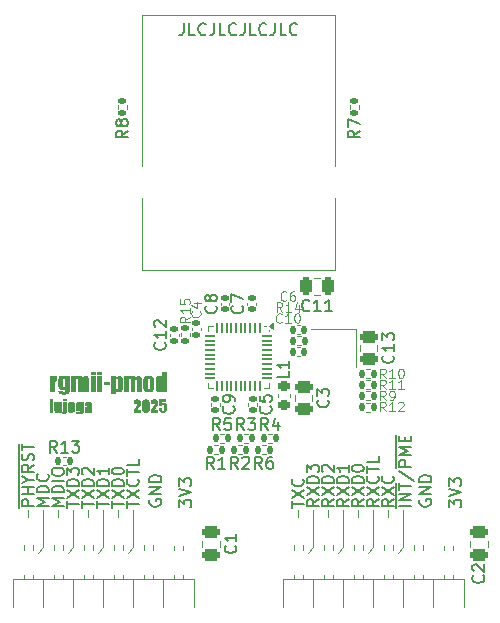
<source format=gto>
G04 #@! TF.GenerationSoftware,KiCad,Pcbnew,8.0.8*
G04 #@! TF.CreationDate,2025-02-16T01:23:13+01:00*
G04 #@! TF.ProjectId,rgmii-pmod,72676d69-692d-4706-9d6f-642e6b696361,rev?*
G04 #@! TF.SameCoordinates,Original*
G04 #@! TF.FileFunction,Legend,Top*
G04 #@! TF.FilePolarity,Positive*
%FSLAX46Y46*%
G04 Gerber Fmt 4.6, Leading zero omitted, Abs format (unit mm)*
G04 Created by KiCad (PCBNEW 8.0.8) date 2025-02-16 01:23:13*
%MOMM*%
%LPD*%
G01*
G04 APERTURE LIST*
G04 Aperture macros list*
%AMRoundRect*
0 Rectangle with rounded corners*
0 $1 Rounding radius*
0 $2 $3 $4 $5 $6 $7 $8 $9 X,Y pos of 4 corners*
0 Add a 4 corners polygon primitive as box body*
4,1,4,$2,$3,$4,$5,$6,$7,$8,$9,$2,$3,0*
0 Add four circle primitives for the rounded corners*
1,1,$1+$1,$2,$3*
1,1,$1+$1,$4,$5*
1,1,$1+$1,$6,$7*
1,1,$1+$1,$8,$9*
0 Add four rect primitives between the rounded corners*
20,1,$1+$1,$2,$3,$4,$5,0*
20,1,$1+$1,$4,$5,$6,$7,0*
20,1,$1+$1,$6,$7,$8,$9,0*
20,1,$1+$1,$8,$9,$2,$3,0*%
G04 Aperture macros list end*
%ADD10C,0.120000*%
%ADD11C,0.150000*%
%ADD12C,0.100000*%
%ADD13C,0.250000*%
%ADD14RoundRect,0.140000X-0.140000X-0.170000X0.140000X-0.170000X0.140000X0.170000X-0.140000X0.170000X0*%
%ADD15RoundRect,0.135000X0.135000X0.185000X-0.135000X0.185000X-0.135000X-0.185000X0.135000X-0.185000X0*%
%ADD16RoundRect,0.250000X-0.250000X-0.475000X0.250000X-0.475000X0.250000X0.475000X-0.250000X0.475000X0*%
%ADD17RoundRect,0.250000X-0.475000X0.250000X-0.475000X-0.250000X0.475000X-0.250000X0.475000X0.250000X0*%
%ADD18RoundRect,0.140000X-0.170000X0.140000X-0.170000X-0.140000X0.170000X-0.140000X0.170000X0.140000X0*%
%ADD19RoundRect,0.135000X-0.135000X-0.185000X0.135000X-0.185000X0.135000X0.185000X-0.135000X0.185000X0*%
%ADD20RoundRect,0.250000X0.475000X-0.250000X0.475000X0.250000X-0.475000X0.250000X-0.475000X-0.250000X0*%
%ADD21R,1.700000X1.700000*%
%ADD22O,1.700000X1.700000*%
%ADD23RoundRect,0.135000X-0.185000X0.135000X-0.185000X-0.135000X0.185000X-0.135000X0.185000X0.135000X0*%
%ADD24RoundRect,0.140000X0.170000X-0.140000X0.170000X0.140000X-0.170000X0.140000X-0.170000X-0.140000X0*%
%ADD25R,1.300000X1.100000*%
%ADD26C,3.250000*%
%ADD27R,1.500000X1.500000*%
%ADD28C,1.500000*%
%ADD29C,1.600000*%
%ADD30C,2.200000*%
%ADD31RoundRect,0.218750X-0.256250X0.218750X-0.256250X-0.218750X0.256250X-0.218750X0.256250X0.218750X0*%
%ADD32RoundRect,0.062500X-0.062500X0.350000X-0.062500X-0.350000X0.062500X-0.350000X0.062500X0.350000X0*%
%ADD33RoundRect,0.062500X-0.350000X0.062500X-0.350000X-0.062500X0.350000X-0.062500X0.350000X0.062500X0*%
%ADD34R,3.600000X3.600000*%
G04 APERTURE END LIST*
D10*
X138570000Y-119920000D02*
X138120987Y-120369013D01*
X139840000Y-116745000D02*
X139840000Y-117380000D01*
X133490000Y-119920000D02*
X133040987Y-120369013D01*
X163970000Y-119920000D02*
X163520987Y-120369013D01*
X156350000Y-116745000D02*
X156350000Y-119920000D01*
X133490000Y-116745000D02*
X133490000Y-119920000D01*
X158890000Y-119920000D02*
X158440987Y-120369013D01*
X141110000Y-116745000D02*
X141110000Y-119920000D01*
X132220000Y-116745000D02*
X132220000Y-117380000D01*
X136030000Y-116745000D02*
X136030000Y-119920000D01*
X160160000Y-116745000D02*
X160160000Y-117380000D01*
X161430000Y-116745000D02*
X161430000Y-119920000D01*
X138570000Y-116745000D02*
X138570000Y-119920000D01*
X136030000Y-119920000D02*
X135580987Y-120369013D01*
X134760000Y-116745000D02*
X134760000Y-117380000D01*
X155080000Y-116745000D02*
X155080000Y-117380000D01*
X161430000Y-119920000D02*
X160980987Y-120369013D01*
X163970000Y-116745000D02*
X163970000Y-119920000D01*
X158890000Y-116745000D02*
X158890000Y-119920000D01*
X137300000Y-116745000D02*
X137300000Y-117380000D01*
X141110000Y-119920000D02*
X140660987Y-120369013D01*
X162700000Y-116745000D02*
X162700000Y-117380000D01*
X156350000Y-119920000D02*
X155900987Y-120369013D01*
X157620000Y-116745000D02*
X157620000Y-117380000D01*
D11*
X136754819Y-116551077D02*
X136754819Y-115979649D01*
X137754819Y-116265363D02*
X136754819Y-116265363D01*
X136754819Y-115741553D02*
X137754819Y-115074887D01*
X136754819Y-115074887D02*
X137754819Y-115741553D01*
X137754819Y-114693934D02*
X136754819Y-114693934D01*
X136754819Y-114693934D02*
X136754819Y-114455839D01*
X136754819Y-114455839D02*
X136802438Y-114312982D01*
X136802438Y-114312982D02*
X136897676Y-114217744D01*
X136897676Y-114217744D02*
X136992914Y-114170125D01*
X136992914Y-114170125D02*
X137183390Y-114122506D01*
X137183390Y-114122506D02*
X137326247Y-114122506D01*
X137326247Y-114122506D02*
X137516723Y-114170125D01*
X137516723Y-114170125D02*
X137611961Y-114217744D01*
X137611961Y-114217744D02*
X137707200Y-114312982D01*
X137707200Y-114312982D02*
X137754819Y-114455839D01*
X137754819Y-114455839D02*
X137754819Y-114693934D01*
X136850057Y-113741553D02*
X136802438Y-113693934D01*
X136802438Y-113693934D02*
X136754819Y-113598696D01*
X136754819Y-113598696D02*
X136754819Y-113360601D01*
X136754819Y-113360601D02*
X136802438Y-113265363D01*
X136802438Y-113265363D02*
X136850057Y-113217744D01*
X136850057Y-113217744D02*
X136945295Y-113170125D01*
X136945295Y-113170125D02*
X137040533Y-113170125D01*
X137040533Y-113170125D02*
X137183390Y-113217744D01*
X137183390Y-113217744D02*
X137754819Y-113789172D01*
X137754819Y-113789172D02*
X137754819Y-113170125D01*
X142517438Y-115884411D02*
X142469819Y-115979649D01*
X142469819Y-115979649D02*
X142469819Y-116122506D01*
X142469819Y-116122506D02*
X142517438Y-116265363D01*
X142517438Y-116265363D02*
X142612676Y-116360601D01*
X142612676Y-116360601D02*
X142707914Y-116408220D01*
X142707914Y-116408220D02*
X142898390Y-116455839D01*
X142898390Y-116455839D02*
X143041247Y-116455839D01*
X143041247Y-116455839D02*
X143231723Y-116408220D01*
X143231723Y-116408220D02*
X143326961Y-116360601D01*
X143326961Y-116360601D02*
X143422200Y-116265363D01*
X143422200Y-116265363D02*
X143469819Y-116122506D01*
X143469819Y-116122506D02*
X143469819Y-116027268D01*
X143469819Y-116027268D02*
X143422200Y-115884411D01*
X143422200Y-115884411D02*
X143374580Y-115836792D01*
X143374580Y-115836792D02*
X143041247Y-115836792D01*
X143041247Y-115836792D02*
X143041247Y-116027268D01*
X143469819Y-115408220D02*
X142469819Y-115408220D01*
X142469819Y-115408220D02*
X143469819Y-114836792D01*
X143469819Y-114836792D02*
X142469819Y-114836792D01*
X143469819Y-114360601D02*
X142469819Y-114360601D01*
X142469819Y-114360601D02*
X142469819Y-114122506D01*
X142469819Y-114122506D02*
X142517438Y-113979649D01*
X142517438Y-113979649D02*
X142612676Y-113884411D01*
X142612676Y-113884411D02*
X142707914Y-113836792D01*
X142707914Y-113836792D02*
X142898390Y-113789173D01*
X142898390Y-113789173D02*
X143041247Y-113789173D01*
X143041247Y-113789173D02*
X143231723Y-113836792D01*
X143231723Y-113836792D02*
X143326961Y-113884411D01*
X143326961Y-113884411D02*
X143422200Y-113979649D01*
X143422200Y-113979649D02*
X143469819Y-114122506D01*
X143469819Y-114122506D02*
X143469819Y-114360601D01*
X135214819Y-116408220D02*
X134214819Y-116408220D01*
X134214819Y-116408220D02*
X134929104Y-116074887D01*
X134929104Y-116074887D02*
X134214819Y-115741554D01*
X134214819Y-115741554D02*
X135214819Y-115741554D01*
X135214819Y-115265363D02*
X134214819Y-115265363D01*
X134214819Y-115265363D02*
X134214819Y-115027268D01*
X134214819Y-115027268D02*
X134262438Y-114884411D01*
X134262438Y-114884411D02*
X134357676Y-114789173D01*
X134357676Y-114789173D02*
X134452914Y-114741554D01*
X134452914Y-114741554D02*
X134643390Y-114693935D01*
X134643390Y-114693935D02*
X134786247Y-114693935D01*
X134786247Y-114693935D02*
X134976723Y-114741554D01*
X134976723Y-114741554D02*
X135071961Y-114789173D01*
X135071961Y-114789173D02*
X135167200Y-114884411D01*
X135167200Y-114884411D02*
X135214819Y-115027268D01*
X135214819Y-115027268D02*
X135214819Y-115265363D01*
X135214819Y-114265363D02*
X134214819Y-114265363D01*
X134214819Y-113598697D02*
X134214819Y-113408221D01*
X134214819Y-113408221D02*
X134262438Y-113312983D01*
X134262438Y-113312983D02*
X134357676Y-113217745D01*
X134357676Y-113217745D02*
X134548152Y-113170126D01*
X134548152Y-113170126D02*
X134881485Y-113170126D01*
X134881485Y-113170126D02*
X135071961Y-113217745D01*
X135071961Y-113217745D02*
X135167200Y-113312983D01*
X135167200Y-113312983D02*
X135214819Y-113408221D01*
X135214819Y-113408221D02*
X135214819Y-113598697D01*
X135214819Y-113598697D02*
X135167200Y-113693935D01*
X135167200Y-113693935D02*
X135071961Y-113789173D01*
X135071961Y-113789173D02*
X134881485Y-113836792D01*
X134881485Y-113836792D02*
X134548152Y-113836792D01*
X134548152Y-113836792D02*
X134357676Y-113789173D01*
X134357676Y-113789173D02*
X134262438Y-113693935D01*
X134262438Y-113693935D02*
X134214819Y-113598697D01*
X167869819Y-116503458D02*
X167869819Y-115884411D01*
X167869819Y-115884411D02*
X168250771Y-116217744D01*
X168250771Y-116217744D02*
X168250771Y-116074887D01*
X168250771Y-116074887D02*
X168298390Y-115979649D01*
X168298390Y-115979649D02*
X168346009Y-115932030D01*
X168346009Y-115932030D02*
X168441247Y-115884411D01*
X168441247Y-115884411D02*
X168679342Y-115884411D01*
X168679342Y-115884411D02*
X168774580Y-115932030D01*
X168774580Y-115932030D02*
X168822200Y-115979649D01*
X168822200Y-115979649D02*
X168869819Y-116074887D01*
X168869819Y-116074887D02*
X168869819Y-116360601D01*
X168869819Y-116360601D02*
X168822200Y-116455839D01*
X168822200Y-116455839D02*
X168774580Y-116503458D01*
X167869819Y-115598696D02*
X168869819Y-115265363D01*
X168869819Y-115265363D02*
X167869819Y-114932030D01*
X167869819Y-114693934D02*
X167869819Y-114074887D01*
X167869819Y-114074887D02*
X168250771Y-114408220D01*
X168250771Y-114408220D02*
X168250771Y-114265363D01*
X168250771Y-114265363D02*
X168298390Y-114170125D01*
X168298390Y-114170125D02*
X168346009Y-114122506D01*
X168346009Y-114122506D02*
X168441247Y-114074887D01*
X168441247Y-114074887D02*
X168679342Y-114074887D01*
X168679342Y-114074887D02*
X168774580Y-114122506D01*
X168774580Y-114122506D02*
X168822200Y-114170125D01*
X168822200Y-114170125D02*
X168869819Y-114265363D01*
X168869819Y-114265363D02*
X168869819Y-114551077D01*
X168869819Y-114551077D02*
X168822200Y-114646315D01*
X168822200Y-114646315D02*
X168774580Y-114693934D01*
X159344819Y-115836792D02*
X158868628Y-116170125D01*
X159344819Y-116408220D02*
X158344819Y-116408220D01*
X158344819Y-116408220D02*
X158344819Y-116027268D01*
X158344819Y-116027268D02*
X158392438Y-115932030D01*
X158392438Y-115932030D02*
X158440057Y-115884411D01*
X158440057Y-115884411D02*
X158535295Y-115836792D01*
X158535295Y-115836792D02*
X158678152Y-115836792D01*
X158678152Y-115836792D02*
X158773390Y-115884411D01*
X158773390Y-115884411D02*
X158821009Y-115932030D01*
X158821009Y-115932030D02*
X158868628Y-116027268D01*
X158868628Y-116027268D02*
X158868628Y-116408220D01*
X158344819Y-115503458D02*
X159344819Y-114836792D01*
X158344819Y-114836792D02*
X159344819Y-115503458D01*
X159344819Y-114455839D02*
X158344819Y-114455839D01*
X158344819Y-114455839D02*
X158344819Y-114217744D01*
X158344819Y-114217744D02*
X158392438Y-114074887D01*
X158392438Y-114074887D02*
X158487676Y-113979649D01*
X158487676Y-113979649D02*
X158582914Y-113932030D01*
X158582914Y-113932030D02*
X158773390Y-113884411D01*
X158773390Y-113884411D02*
X158916247Y-113884411D01*
X158916247Y-113884411D02*
X159106723Y-113932030D01*
X159106723Y-113932030D02*
X159201961Y-113979649D01*
X159201961Y-113979649D02*
X159297200Y-114074887D01*
X159297200Y-114074887D02*
X159344819Y-114217744D01*
X159344819Y-114217744D02*
X159344819Y-114455839D01*
X159344819Y-112932030D02*
X159344819Y-113503458D01*
X159344819Y-113217744D02*
X158344819Y-113217744D01*
X158344819Y-113217744D02*
X158487676Y-113312982D01*
X158487676Y-113312982D02*
X158582914Y-113408220D01*
X158582914Y-113408220D02*
X158630533Y-113503458D01*
X163154819Y-115836792D02*
X162678628Y-116170125D01*
X163154819Y-116408220D02*
X162154819Y-116408220D01*
X162154819Y-116408220D02*
X162154819Y-116027268D01*
X162154819Y-116027268D02*
X162202438Y-115932030D01*
X162202438Y-115932030D02*
X162250057Y-115884411D01*
X162250057Y-115884411D02*
X162345295Y-115836792D01*
X162345295Y-115836792D02*
X162488152Y-115836792D01*
X162488152Y-115836792D02*
X162583390Y-115884411D01*
X162583390Y-115884411D02*
X162631009Y-115932030D01*
X162631009Y-115932030D02*
X162678628Y-116027268D01*
X162678628Y-116027268D02*
X162678628Y-116408220D01*
X162154819Y-115503458D02*
X163154819Y-114836792D01*
X162154819Y-114836792D02*
X163154819Y-115503458D01*
X163059580Y-113884411D02*
X163107200Y-113932030D01*
X163107200Y-113932030D02*
X163154819Y-114074887D01*
X163154819Y-114074887D02*
X163154819Y-114170125D01*
X163154819Y-114170125D02*
X163107200Y-114312982D01*
X163107200Y-114312982D02*
X163011961Y-114408220D01*
X163011961Y-114408220D02*
X162916723Y-114455839D01*
X162916723Y-114455839D02*
X162726247Y-114503458D01*
X162726247Y-114503458D02*
X162583390Y-114503458D01*
X162583390Y-114503458D02*
X162392914Y-114455839D01*
X162392914Y-114455839D02*
X162297676Y-114408220D01*
X162297676Y-114408220D02*
X162202438Y-114312982D01*
X162202438Y-114312982D02*
X162154819Y-114170125D01*
X162154819Y-114170125D02*
X162154819Y-114074887D01*
X162154819Y-114074887D02*
X162202438Y-113932030D01*
X162202438Y-113932030D02*
X162250057Y-113884411D01*
X154534819Y-116551077D02*
X154534819Y-115979649D01*
X155534819Y-116265363D02*
X154534819Y-116265363D01*
X154534819Y-115741553D02*
X155534819Y-115074887D01*
X154534819Y-115074887D02*
X155534819Y-115741553D01*
X155439580Y-114122506D02*
X155487200Y-114170125D01*
X155487200Y-114170125D02*
X155534819Y-114312982D01*
X155534819Y-114312982D02*
X155534819Y-114408220D01*
X155534819Y-114408220D02*
X155487200Y-114551077D01*
X155487200Y-114551077D02*
X155391961Y-114646315D01*
X155391961Y-114646315D02*
X155296723Y-114693934D01*
X155296723Y-114693934D02*
X155106247Y-114741553D01*
X155106247Y-114741553D02*
X154963390Y-114741553D01*
X154963390Y-114741553D02*
X154772914Y-114693934D01*
X154772914Y-114693934D02*
X154677676Y-114646315D01*
X154677676Y-114646315D02*
X154582438Y-114551077D01*
X154582438Y-114551077D02*
X154534819Y-114408220D01*
X154534819Y-114408220D02*
X154534819Y-114312982D01*
X154534819Y-114312982D02*
X154582438Y-114170125D01*
X154582438Y-114170125D02*
X154630057Y-114122506D01*
D12*
G36*
X141130635Y-108500000D02*
G01*
X141130635Y-108342951D01*
X141163694Y-108288263D01*
X141195032Y-108236244D01*
X141224648Y-108186894D01*
X141252543Y-108140215D01*
X141278717Y-108096204D01*
X141314751Y-108035194D01*
X141346912Y-107980190D01*
X141375201Y-107931192D01*
X141399617Y-107888201D01*
X141426148Y-107840222D01*
X141449630Y-107795265D01*
X141453036Y-107788276D01*
X141475476Y-107737855D01*
X141493057Y-107688175D01*
X141503526Y-107637582D01*
X141504327Y-107621946D01*
X141497595Y-107571777D01*
X141488695Y-107553558D01*
X141443754Y-107530866D01*
X141441801Y-107530844D01*
X141396678Y-107553169D01*
X141394662Y-107556245D01*
X141381814Y-107603975D01*
X141379275Y-107656873D01*
X141379275Y-107765317D01*
X141130635Y-107765317D01*
X141130635Y-107725750D01*
X141131566Y-107672426D01*
X141134738Y-107622476D01*
X141140161Y-107581646D01*
X141155438Y-107532563D01*
X141180736Y-107487429D01*
X141187544Y-107477843D01*
X141222012Y-107440479D01*
X141263897Y-107411339D01*
X141285730Y-107400662D01*
X141334525Y-107384737D01*
X141385167Y-107376596D01*
X141430810Y-107374528D01*
X141480585Y-107376443D01*
X141535105Y-107383793D01*
X141583940Y-107396656D01*
X141633730Y-107418630D01*
X141675783Y-107448107D01*
X141681159Y-107452930D01*
X141714182Y-107489123D01*
X141741992Y-107535380D01*
X141759207Y-107586858D01*
X141765580Y-107636184D01*
X141765911Y-107651011D01*
X141762919Y-107699952D01*
X141753943Y-107750296D01*
X141738983Y-107802045D01*
X141720985Y-107848477D01*
X141718039Y-107855198D01*
X141693645Y-107904091D01*
X141663333Y-107957822D01*
X141632549Y-108009308D01*
X141605649Y-108052881D01*
X141575482Y-108100704D01*
X141542047Y-108152778D01*
X141505346Y-108209102D01*
X141465377Y-108269677D01*
X141436916Y-108312421D01*
X141741243Y-108312421D01*
X141741243Y-108500000D01*
X141130635Y-108500000D01*
G37*
G36*
X142217547Y-107377021D02*
G01*
X142269363Y-107385636D01*
X142317410Y-107400405D01*
X142331089Y-107406036D01*
X142376463Y-107429371D01*
X142416088Y-107458646D01*
X142439044Y-107483217D01*
X142465852Y-107525211D01*
X142483871Y-107571693D01*
X142487404Y-107585799D01*
X142495144Y-107638028D01*
X142498604Y-107689733D01*
X142499993Y-107744710D01*
X142500105Y-107767515D01*
X142500105Y-108134124D01*
X142499439Y-108185490D01*
X142497046Y-108236266D01*
X142491608Y-108287843D01*
X142486183Y-108316085D01*
X142468559Y-108364477D01*
X142442063Y-108406901D01*
X142429275Y-108422575D01*
X142391167Y-108458264D01*
X142347093Y-108484763D01*
X142324739Y-108493893D01*
X142276917Y-108507140D01*
X142225042Y-108514272D01*
X142188207Y-108515631D01*
X142134819Y-108513834D01*
X142081754Y-108507623D01*
X142030985Y-108495667D01*
X142022610Y-108492916D01*
X141976929Y-108472308D01*
X141935968Y-108441921D01*
X141917586Y-108422086D01*
X141889543Y-108381987D01*
X141867637Y-108337001D01*
X141861898Y-108320481D01*
X141851927Y-108271720D01*
X141847132Y-108217600D01*
X141845598Y-108165477D01*
X141845534Y-108151221D01*
X141845534Y-107767515D01*
X141846462Y-107713408D01*
X141849305Y-107666643D01*
X142122994Y-107666643D01*
X142122994Y-108219853D01*
X142123728Y-108269273D01*
X142127381Y-108318693D01*
X142132275Y-108339043D01*
X142172575Y-108359316D01*
X142212875Y-108335624D01*
X142221033Y-108286277D01*
X142222636Y-108233549D01*
X142222645Y-108228401D01*
X142222645Y-107666643D01*
X142221810Y-107616769D01*
X142217428Y-107566734D01*
X142214097Y-107553558D01*
X142173797Y-107530844D01*
X142133008Y-107555024D01*
X142124647Y-107606039D01*
X142123033Y-107655960D01*
X142122994Y-107666643D01*
X141849305Y-107666643D01*
X141849888Y-107657054D01*
X141855838Y-107607994D01*
X141867198Y-107555633D01*
X141871912Y-107540858D01*
X141893632Y-107496622D01*
X141925512Y-107458254D01*
X141967554Y-107425754D01*
X141977181Y-107419958D01*
X142024047Y-107397997D01*
X142076168Y-107383224D01*
X142126910Y-107376126D01*
X142167691Y-107374528D01*
X142217547Y-107377021D01*
G37*
G36*
X142583392Y-108500000D02*
G01*
X142583392Y-108342951D01*
X142616451Y-108288263D01*
X142647788Y-108236244D01*
X142677404Y-108186894D01*
X142705300Y-108140215D01*
X142731474Y-108096204D01*
X142767508Y-108035194D01*
X142799669Y-107980190D01*
X142827958Y-107931192D01*
X142852374Y-107888201D01*
X142878905Y-107840222D01*
X142902387Y-107795265D01*
X142905792Y-107788276D01*
X142928232Y-107737855D01*
X142945813Y-107688175D01*
X142956282Y-107637582D01*
X142957083Y-107621946D01*
X142950351Y-107571777D01*
X142941452Y-107553558D01*
X142896511Y-107530866D01*
X142894557Y-107530844D01*
X142849434Y-107553169D01*
X142847418Y-107556245D01*
X142834571Y-107603975D01*
X142832031Y-107656873D01*
X142832031Y-107765317D01*
X142583392Y-107765317D01*
X142583392Y-107725750D01*
X142584322Y-107672426D01*
X142587494Y-107622476D01*
X142592917Y-107581646D01*
X142608194Y-107532563D01*
X142633493Y-107487429D01*
X142640300Y-107477843D01*
X142674768Y-107440479D01*
X142716653Y-107411339D01*
X142738486Y-107400662D01*
X142787281Y-107384737D01*
X142837924Y-107376596D01*
X142883566Y-107374528D01*
X142933342Y-107376443D01*
X142987861Y-107383793D01*
X143036696Y-107396656D01*
X143086486Y-107418630D01*
X143128539Y-107448107D01*
X143133915Y-107452930D01*
X143166939Y-107489123D01*
X143194748Y-107535380D01*
X143211963Y-107586858D01*
X143218336Y-107636184D01*
X143218668Y-107651011D01*
X143215676Y-107699952D01*
X143206700Y-107750296D01*
X143191740Y-107802045D01*
X143173741Y-107848477D01*
X143170796Y-107855198D01*
X143146401Y-107904091D01*
X143116089Y-107957822D01*
X143085305Y-108009308D01*
X143058405Y-108052881D01*
X143028238Y-108100704D01*
X142994804Y-108152778D01*
X142958102Y-108209102D01*
X142918133Y-108269677D01*
X142889672Y-108312421D01*
X143193999Y-108312421D01*
X143193999Y-108500000D01*
X142583392Y-108500000D01*
G37*
G36*
X143294139Y-108138276D02*
G01*
X143294139Y-108077948D01*
X143571598Y-108077948D01*
X143571598Y-108150732D01*
X143572072Y-108203290D01*
X143573735Y-108252601D01*
X143577817Y-108302181D01*
X143579170Y-108311688D01*
X143605096Y-108353688D01*
X143631438Y-108359316D01*
X143664655Y-108345638D01*
X143678333Y-108315596D01*
X143679586Y-108263612D01*
X143680329Y-108212234D01*
X143680775Y-108176378D01*
X143680775Y-107942393D01*
X143678251Y-107892398D01*
X143667586Y-107852023D01*
X143624355Y-107827843D01*
X143592115Y-107840788D01*
X143575262Y-107868632D01*
X143571727Y-107918405D01*
X143571598Y-107937264D01*
X143296825Y-107937264D01*
X143308549Y-107390160D01*
X143904013Y-107390160D01*
X143904013Y-107577739D01*
X143559875Y-107577739D01*
X143559875Y-107741137D01*
X143599200Y-107707488D01*
X143644359Y-107684851D01*
X143695353Y-107673227D01*
X143726204Y-107671528D01*
X143779983Y-107675558D01*
X143832128Y-107689726D01*
X143875424Y-107714095D01*
X143899372Y-107736008D01*
X143927826Y-107781530D01*
X143943519Y-107829919D01*
X143952487Y-107880437D01*
X143957315Y-107939302D01*
X143958235Y-107983182D01*
X143958235Y-108142184D01*
X143957517Y-108197367D01*
X143954995Y-108250070D01*
X143949446Y-108300999D01*
X143946755Y-108315840D01*
X143931969Y-108362764D01*
X143907272Y-108406508D01*
X143898395Y-108418422D01*
X143863552Y-108452937D01*
X143818954Y-108480276D01*
X143795081Y-108490474D01*
X143746112Y-108504797D01*
X143695584Y-108512658D01*
X143645215Y-108515533D01*
X143633392Y-108515631D01*
X143581368Y-108513295D01*
X143532520Y-108506289D01*
X143481360Y-108492823D01*
X143444348Y-108478262D01*
X143397966Y-108451352D01*
X143360790Y-108417335D01*
X143332821Y-108376209D01*
X143328333Y-108367131D01*
X143311803Y-108319108D01*
X143301652Y-108265684D01*
X143296276Y-108210648D01*
X143294272Y-108157316D01*
X143294139Y-108138276D01*
G37*
D11*
X145009819Y-116503458D02*
X145009819Y-115884411D01*
X145009819Y-115884411D02*
X145390771Y-116217744D01*
X145390771Y-116217744D02*
X145390771Y-116074887D01*
X145390771Y-116074887D02*
X145438390Y-115979649D01*
X145438390Y-115979649D02*
X145486009Y-115932030D01*
X145486009Y-115932030D02*
X145581247Y-115884411D01*
X145581247Y-115884411D02*
X145819342Y-115884411D01*
X145819342Y-115884411D02*
X145914580Y-115932030D01*
X145914580Y-115932030D02*
X145962200Y-115979649D01*
X145962200Y-115979649D02*
X146009819Y-116074887D01*
X146009819Y-116074887D02*
X146009819Y-116360601D01*
X146009819Y-116360601D02*
X145962200Y-116455839D01*
X145962200Y-116455839D02*
X145914580Y-116503458D01*
X145009819Y-115598696D02*
X146009819Y-115265363D01*
X146009819Y-115265363D02*
X145009819Y-114932030D01*
X145009819Y-114693934D02*
X145009819Y-114074887D01*
X145009819Y-114074887D02*
X145390771Y-114408220D01*
X145390771Y-114408220D02*
X145390771Y-114265363D01*
X145390771Y-114265363D02*
X145438390Y-114170125D01*
X145438390Y-114170125D02*
X145486009Y-114122506D01*
X145486009Y-114122506D02*
X145581247Y-114074887D01*
X145581247Y-114074887D02*
X145819342Y-114074887D01*
X145819342Y-114074887D02*
X145914580Y-114122506D01*
X145914580Y-114122506D02*
X145962200Y-114170125D01*
X145962200Y-114170125D02*
X146009819Y-114265363D01*
X146009819Y-114265363D02*
X146009819Y-114551077D01*
X146009819Y-114551077D02*
X145962200Y-114646315D01*
X145962200Y-114646315D02*
X145914580Y-114693934D01*
X160614819Y-115836792D02*
X160138628Y-116170125D01*
X160614819Y-116408220D02*
X159614819Y-116408220D01*
X159614819Y-116408220D02*
X159614819Y-116027268D01*
X159614819Y-116027268D02*
X159662438Y-115932030D01*
X159662438Y-115932030D02*
X159710057Y-115884411D01*
X159710057Y-115884411D02*
X159805295Y-115836792D01*
X159805295Y-115836792D02*
X159948152Y-115836792D01*
X159948152Y-115836792D02*
X160043390Y-115884411D01*
X160043390Y-115884411D02*
X160091009Y-115932030D01*
X160091009Y-115932030D02*
X160138628Y-116027268D01*
X160138628Y-116027268D02*
X160138628Y-116408220D01*
X159614819Y-115503458D02*
X160614819Y-114836792D01*
X159614819Y-114836792D02*
X160614819Y-115503458D01*
X160614819Y-114455839D02*
X159614819Y-114455839D01*
X159614819Y-114455839D02*
X159614819Y-114217744D01*
X159614819Y-114217744D02*
X159662438Y-114074887D01*
X159662438Y-114074887D02*
X159757676Y-113979649D01*
X159757676Y-113979649D02*
X159852914Y-113932030D01*
X159852914Y-113932030D02*
X160043390Y-113884411D01*
X160043390Y-113884411D02*
X160186247Y-113884411D01*
X160186247Y-113884411D02*
X160376723Y-113932030D01*
X160376723Y-113932030D02*
X160471961Y-113979649D01*
X160471961Y-113979649D02*
X160567200Y-114074887D01*
X160567200Y-114074887D02*
X160614819Y-114217744D01*
X160614819Y-114217744D02*
X160614819Y-114455839D01*
X159614819Y-113265363D02*
X159614819Y-113170125D01*
X159614819Y-113170125D02*
X159662438Y-113074887D01*
X159662438Y-113074887D02*
X159710057Y-113027268D01*
X159710057Y-113027268D02*
X159805295Y-112979649D01*
X159805295Y-112979649D02*
X159995771Y-112932030D01*
X159995771Y-112932030D02*
X160233866Y-112932030D01*
X160233866Y-112932030D02*
X160424342Y-112979649D01*
X160424342Y-112979649D02*
X160519580Y-113027268D01*
X160519580Y-113027268D02*
X160567200Y-113074887D01*
X160567200Y-113074887D02*
X160614819Y-113170125D01*
X160614819Y-113170125D02*
X160614819Y-113265363D01*
X160614819Y-113265363D02*
X160567200Y-113360601D01*
X160567200Y-113360601D02*
X160519580Y-113408220D01*
X160519580Y-113408220D02*
X160424342Y-113455839D01*
X160424342Y-113455839D02*
X160233866Y-113503458D01*
X160233866Y-113503458D02*
X159995771Y-113503458D01*
X159995771Y-113503458D02*
X159805295Y-113455839D01*
X159805295Y-113455839D02*
X159710057Y-113408220D01*
X159710057Y-113408220D02*
X159662438Y-113360601D01*
X159662438Y-113360601D02*
X159614819Y-113265363D01*
D12*
G36*
X134049581Y-108500000D02*
G01*
X134049581Y-107390160D01*
X134335345Y-107390160D01*
X134335345Y-108500000D01*
X134049581Y-108500000D01*
G37*
G36*
X134428401Y-108204221D02*
G01*
X134428401Y-107593370D01*
X134705861Y-107593370D01*
X134705861Y-108213014D01*
X134706364Y-108266075D01*
X134708596Y-108315546D01*
X134712212Y-108339532D01*
X134747871Y-108359316D01*
X134784508Y-108338799D01*
X134789247Y-108286618D01*
X134790278Y-108232718D01*
X134790369Y-108206175D01*
X134790369Y-107593370D01*
X135067829Y-107593370D01*
X135067829Y-108500000D01*
X134785484Y-108500000D01*
X134790369Y-108426727D01*
X134758190Y-108465622D01*
X134719295Y-108493405D01*
X134670815Y-108510747D01*
X134622086Y-108515631D01*
X134571443Y-108511470D01*
X134523525Y-108496526D01*
X134518283Y-108493893D01*
X134478844Y-108464682D01*
X134457466Y-108435764D01*
X134438767Y-108389338D01*
X134433042Y-108360293D01*
X134429870Y-108311065D01*
X134428691Y-108257756D01*
X134428401Y-108204221D01*
G37*
G36*
X135109595Y-108487055D02*
G01*
X135158184Y-108481377D01*
X135165038Y-108476064D01*
X135170173Y-108427145D01*
X135171233Y-108375271D01*
X135171388Y-108338555D01*
X135171388Y-107593370D01*
X135457152Y-107593370D01*
X135457152Y-108314619D01*
X135456907Y-108366269D01*
X135456025Y-108415709D01*
X135453766Y-108466990D01*
X135452023Y-108486810D01*
X135438355Y-108536303D01*
X135420272Y-108565701D01*
X135382576Y-108599817D01*
X135349441Y-108616015D01*
X135298283Y-108627936D01*
X135248419Y-108632039D01*
X135216817Y-108632623D01*
X135109595Y-108632623D01*
X135109595Y-108487055D01*
G37*
G36*
X135171388Y-107530844D02*
G01*
X135171388Y-107390160D01*
X135457152Y-107390160D01*
X135457152Y-107530844D01*
X135171388Y-107530844D01*
G37*
G36*
X135906270Y-107579922D02*
G01*
X135957456Y-107587468D01*
X136007755Y-107601996D01*
X136016224Y-107605338D01*
X136062123Y-107628407D01*
X136102156Y-107658748D01*
X136119539Y-107677390D01*
X136148612Y-107719479D01*
X136168502Y-107765793D01*
X136169364Y-107768736D01*
X136178547Y-107819333D01*
X136182155Y-107872206D01*
X136182798Y-107911863D01*
X136182798Y-108133635D01*
X136182202Y-108183943D01*
X136180061Y-108233795D01*
X136175195Y-108284647D01*
X136170341Y-108312665D01*
X136154233Y-108361058D01*
X136129563Y-108403482D01*
X136117585Y-108419155D01*
X136080854Y-108455009D01*
X136036544Y-108482398D01*
X136013538Y-108492184D01*
X135963231Y-108506472D01*
X135912410Y-108513776D01*
X135867480Y-108515631D01*
X135817907Y-108514047D01*
X135768038Y-108508570D01*
X135719518Y-108498028D01*
X135711409Y-108495603D01*
X135664290Y-108475786D01*
X135624005Y-108446962D01*
X135612247Y-108434787D01*
X135583674Y-108393020D01*
X135564948Y-108347259D01*
X135561933Y-108336601D01*
X135552705Y-108285264D01*
X135548579Y-108236123D01*
X135546923Y-108184786D01*
X135546789Y-108163677D01*
X135546789Y-107931646D01*
X135548098Y-107879150D01*
X135551446Y-107841032D01*
X135824249Y-107841032D01*
X135824249Y-108255024D01*
X135826074Y-108306004D01*
X135832554Y-108339776D01*
X135864794Y-108359316D01*
X135897278Y-108341486D01*
X135904834Y-108291157D01*
X135905338Y-108264061D01*
X135905338Y-107841032D01*
X135903889Y-107789441D01*
X135897766Y-107752372D01*
X135865526Y-107734054D01*
X135832554Y-107752372D01*
X135825060Y-107802149D01*
X135824249Y-107841032D01*
X135551446Y-107841032D01*
X135552800Y-107825623D01*
X135562177Y-107773652D01*
X135574145Y-107734787D01*
X135598285Y-107689242D01*
X135632758Y-107650335D01*
X135673063Y-107620725D01*
X135721654Y-107598056D01*
X135771993Y-107584833D01*
X135821994Y-107578788D01*
X135855757Y-107577739D01*
X135906270Y-107579922D01*
G37*
G36*
X136500619Y-107582868D02*
G01*
X136545743Y-107598255D01*
X136588797Y-107625913D01*
X136622435Y-107660048D01*
X136642463Y-107593370D01*
X136900628Y-107593370D01*
X136900628Y-108291416D01*
X136900396Y-108340935D01*
X136899539Y-108389830D01*
X136897511Y-108438648D01*
X136894033Y-108474354D01*
X136876224Y-108522259D01*
X136847627Y-108561549D01*
X136810120Y-108595427D01*
X136766340Y-108620260D01*
X136736741Y-108631891D01*
X136688741Y-108644771D01*
X136639424Y-108652284D01*
X136584310Y-108655933D01*
X136557955Y-108656315D01*
X136502433Y-108654188D01*
X136451913Y-108647806D01*
X136400302Y-108635304D01*
X136350048Y-108614598D01*
X136344975Y-108611863D01*
X136305919Y-108580195D01*
X136279150Y-108534926D01*
X136265671Y-108483269D01*
X136261933Y-108437473D01*
X136531088Y-108437473D01*
X136543496Y-108486261D01*
X136575052Y-108500000D01*
X136617062Y-108480949D01*
X136626508Y-108431987D01*
X136627320Y-108401081D01*
X136627320Y-108330495D01*
X136585966Y-108359380D01*
X136552093Y-108375436D01*
X136503815Y-108388080D01*
X136469295Y-108390579D01*
X136416916Y-108386388D01*
X136368467Y-108372392D01*
X136345952Y-108360781D01*
X136307323Y-108328767D01*
X136280906Y-108285628D01*
X136279762Y-108282623D01*
X136267574Y-108232287D01*
X136262786Y-108181784D01*
X136261933Y-108144626D01*
X136261933Y-107830774D01*
X136539392Y-107830774D01*
X136539392Y-108136810D01*
X136541285Y-108187185D01*
X136546964Y-108216189D01*
X136578471Y-108234263D01*
X136614131Y-108212281D01*
X136621267Y-108163147D01*
X136622435Y-108112875D01*
X136622435Y-107830774D01*
X136620603Y-107779605D01*
X136615108Y-107751151D01*
X136583356Y-107734054D01*
X136549162Y-107753593D01*
X136540003Y-107804335D01*
X136539392Y-107830774D01*
X136261933Y-107830774D01*
X136261933Y-107818318D01*
X136264165Y-107765666D01*
X136272183Y-107713936D01*
X136288173Y-107666506D01*
X136308583Y-107633914D01*
X136346427Y-107601931D01*
X136395816Y-107583224D01*
X136444811Y-107577793D01*
X136450732Y-107577739D01*
X136500619Y-107582868D01*
G37*
G36*
X137347190Y-107579482D02*
G01*
X137399805Y-107585921D01*
X137451779Y-107599091D01*
X137499850Y-107621316D01*
X137509036Y-107627320D01*
X137548182Y-107660374D01*
X137578349Y-107701857D01*
X137595010Y-107748709D01*
X137601976Y-107801313D01*
X137605818Y-107858923D01*
X137607718Y-107909018D01*
X137608914Y-107966566D01*
X137609364Y-108017972D01*
X137609420Y-108045464D01*
X137609420Y-108500000D01*
X137339532Y-108500000D01*
X137339532Y-108421353D01*
X137310406Y-108462630D01*
X137273831Y-108492184D01*
X137226860Y-108510479D01*
X137178087Y-108515631D01*
X137129462Y-108510840D01*
X137079643Y-108494686D01*
X137044487Y-108475087D01*
X137009862Y-108435645D01*
X136992222Y-108386415D01*
X136985155Y-108337573D01*
X136983670Y-108297034D01*
X136983670Y-108246720D01*
X137244033Y-108246720D01*
X137245565Y-108296164D01*
X137253314Y-108338555D01*
X137289951Y-108359316D01*
X137323900Y-108343196D01*
X137331323Y-108292418D01*
X137331960Y-108257711D01*
X137331960Y-108069155D01*
X137292728Y-108101030D01*
X137260532Y-108138450D01*
X137254535Y-108151465D01*
X137245766Y-108200953D01*
X137244033Y-108246720D01*
X136983670Y-108246720D01*
X136983670Y-108222784D01*
X136986220Y-108170633D01*
X136996264Y-108120851D01*
X137015910Y-108084054D01*
X137057866Y-108052073D01*
X137105378Y-108027571D01*
X137152778Y-108007178D01*
X137175889Y-107998080D01*
X137222707Y-107979084D01*
X137271212Y-107957629D01*
X137314145Y-107933746D01*
X137322191Y-107925540D01*
X137331350Y-107875761D01*
X137331960Y-107849581D01*
X137330187Y-107799343D01*
X137321214Y-107755792D01*
X137286043Y-107734054D01*
X137250872Y-107751884D01*
X137244701Y-107803067D01*
X137244033Y-107843963D01*
X137244033Y-107937264D01*
X136983670Y-107937264D01*
X136983670Y-107877669D01*
X136985602Y-107823558D01*
X136992281Y-107772181D01*
X137006592Y-107722682D01*
X137008094Y-107719155D01*
X137036001Y-107675887D01*
X137072208Y-107642677D01*
X137105792Y-107620481D01*
X137150623Y-107599819D01*
X137202409Y-107585920D01*
X137254280Y-107579241D01*
X137296789Y-107577739D01*
X137347190Y-107579482D01*
G37*
D11*
X139294819Y-116551077D02*
X139294819Y-115979649D01*
X140294819Y-116265363D02*
X139294819Y-116265363D01*
X139294819Y-115741553D02*
X140294819Y-115074887D01*
X139294819Y-115074887D02*
X140294819Y-115741553D01*
X140294819Y-114693934D02*
X139294819Y-114693934D01*
X139294819Y-114693934D02*
X139294819Y-114455839D01*
X139294819Y-114455839D02*
X139342438Y-114312982D01*
X139342438Y-114312982D02*
X139437676Y-114217744D01*
X139437676Y-114217744D02*
X139532914Y-114170125D01*
X139532914Y-114170125D02*
X139723390Y-114122506D01*
X139723390Y-114122506D02*
X139866247Y-114122506D01*
X139866247Y-114122506D02*
X140056723Y-114170125D01*
X140056723Y-114170125D02*
X140151961Y-114217744D01*
X140151961Y-114217744D02*
X140247200Y-114312982D01*
X140247200Y-114312982D02*
X140294819Y-114455839D01*
X140294819Y-114455839D02*
X140294819Y-114693934D01*
X139294819Y-113503458D02*
X139294819Y-113408220D01*
X139294819Y-113408220D02*
X139342438Y-113312982D01*
X139342438Y-113312982D02*
X139390057Y-113265363D01*
X139390057Y-113265363D02*
X139485295Y-113217744D01*
X139485295Y-113217744D02*
X139675771Y-113170125D01*
X139675771Y-113170125D02*
X139913866Y-113170125D01*
X139913866Y-113170125D02*
X140104342Y-113217744D01*
X140104342Y-113217744D02*
X140199580Y-113265363D01*
X140199580Y-113265363D02*
X140247200Y-113312982D01*
X140247200Y-113312982D02*
X140294819Y-113408220D01*
X140294819Y-113408220D02*
X140294819Y-113503458D01*
X140294819Y-113503458D02*
X140247200Y-113598696D01*
X140247200Y-113598696D02*
X140199580Y-113646315D01*
X140199580Y-113646315D02*
X140104342Y-113693934D01*
X140104342Y-113693934D02*
X139913866Y-113741553D01*
X139913866Y-113741553D02*
X139675771Y-113741553D01*
X139675771Y-113741553D02*
X139485295Y-113693934D01*
X139485295Y-113693934D02*
X139390057Y-113646315D01*
X139390057Y-113646315D02*
X139342438Y-113598696D01*
X139342438Y-113598696D02*
X139294819Y-113503458D01*
X156804819Y-115836792D02*
X156328628Y-116170125D01*
X156804819Y-116408220D02*
X155804819Y-116408220D01*
X155804819Y-116408220D02*
X155804819Y-116027268D01*
X155804819Y-116027268D02*
X155852438Y-115932030D01*
X155852438Y-115932030D02*
X155900057Y-115884411D01*
X155900057Y-115884411D02*
X155995295Y-115836792D01*
X155995295Y-115836792D02*
X156138152Y-115836792D01*
X156138152Y-115836792D02*
X156233390Y-115884411D01*
X156233390Y-115884411D02*
X156281009Y-115932030D01*
X156281009Y-115932030D02*
X156328628Y-116027268D01*
X156328628Y-116027268D02*
X156328628Y-116408220D01*
X155804819Y-115503458D02*
X156804819Y-114836792D01*
X155804819Y-114836792D02*
X156804819Y-115503458D01*
X156804819Y-114455839D02*
X155804819Y-114455839D01*
X155804819Y-114455839D02*
X155804819Y-114217744D01*
X155804819Y-114217744D02*
X155852438Y-114074887D01*
X155852438Y-114074887D02*
X155947676Y-113979649D01*
X155947676Y-113979649D02*
X156042914Y-113932030D01*
X156042914Y-113932030D02*
X156233390Y-113884411D01*
X156233390Y-113884411D02*
X156376247Y-113884411D01*
X156376247Y-113884411D02*
X156566723Y-113932030D01*
X156566723Y-113932030D02*
X156661961Y-113979649D01*
X156661961Y-113979649D02*
X156757200Y-114074887D01*
X156757200Y-114074887D02*
X156804819Y-114217744D01*
X156804819Y-114217744D02*
X156804819Y-114455839D01*
X155804819Y-113551077D02*
X155804819Y-112932030D01*
X155804819Y-112932030D02*
X156185771Y-113265363D01*
X156185771Y-113265363D02*
X156185771Y-113122506D01*
X156185771Y-113122506D02*
X156233390Y-113027268D01*
X156233390Y-113027268D02*
X156281009Y-112979649D01*
X156281009Y-112979649D02*
X156376247Y-112932030D01*
X156376247Y-112932030D02*
X156614342Y-112932030D01*
X156614342Y-112932030D02*
X156709580Y-112979649D01*
X156709580Y-112979649D02*
X156757200Y-113027268D01*
X156757200Y-113027268D02*
X156804819Y-113122506D01*
X156804819Y-113122506D02*
X156804819Y-113408220D01*
X156804819Y-113408220D02*
X156757200Y-113503458D01*
X156757200Y-113503458D02*
X156709580Y-113551077D01*
X145380951Y-75539819D02*
X145380951Y-76254104D01*
X145380951Y-76254104D02*
X145333332Y-76396961D01*
X145333332Y-76396961D02*
X145238094Y-76492200D01*
X145238094Y-76492200D02*
X145095237Y-76539819D01*
X145095237Y-76539819D02*
X144999999Y-76539819D01*
X146333332Y-76539819D02*
X145857142Y-76539819D01*
X145857142Y-76539819D02*
X145857142Y-75539819D01*
X147238094Y-76444580D02*
X147190475Y-76492200D01*
X147190475Y-76492200D02*
X147047618Y-76539819D01*
X147047618Y-76539819D02*
X146952380Y-76539819D01*
X146952380Y-76539819D02*
X146809523Y-76492200D01*
X146809523Y-76492200D02*
X146714285Y-76396961D01*
X146714285Y-76396961D02*
X146666666Y-76301723D01*
X146666666Y-76301723D02*
X146619047Y-76111247D01*
X146619047Y-76111247D02*
X146619047Y-75968390D01*
X146619047Y-75968390D02*
X146666666Y-75777914D01*
X146666666Y-75777914D02*
X146714285Y-75682676D01*
X146714285Y-75682676D02*
X146809523Y-75587438D01*
X146809523Y-75587438D02*
X146952380Y-75539819D01*
X146952380Y-75539819D02*
X147047618Y-75539819D01*
X147047618Y-75539819D02*
X147190475Y-75587438D01*
X147190475Y-75587438D02*
X147238094Y-75635057D01*
X147952380Y-75539819D02*
X147952380Y-76254104D01*
X147952380Y-76254104D02*
X147904761Y-76396961D01*
X147904761Y-76396961D02*
X147809523Y-76492200D01*
X147809523Y-76492200D02*
X147666666Y-76539819D01*
X147666666Y-76539819D02*
X147571428Y-76539819D01*
X148904761Y-76539819D02*
X148428571Y-76539819D01*
X148428571Y-76539819D02*
X148428571Y-75539819D01*
X149809523Y-76444580D02*
X149761904Y-76492200D01*
X149761904Y-76492200D02*
X149619047Y-76539819D01*
X149619047Y-76539819D02*
X149523809Y-76539819D01*
X149523809Y-76539819D02*
X149380952Y-76492200D01*
X149380952Y-76492200D02*
X149285714Y-76396961D01*
X149285714Y-76396961D02*
X149238095Y-76301723D01*
X149238095Y-76301723D02*
X149190476Y-76111247D01*
X149190476Y-76111247D02*
X149190476Y-75968390D01*
X149190476Y-75968390D02*
X149238095Y-75777914D01*
X149238095Y-75777914D02*
X149285714Y-75682676D01*
X149285714Y-75682676D02*
X149380952Y-75587438D01*
X149380952Y-75587438D02*
X149523809Y-75539819D01*
X149523809Y-75539819D02*
X149619047Y-75539819D01*
X149619047Y-75539819D02*
X149761904Y-75587438D01*
X149761904Y-75587438D02*
X149809523Y-75635057D01*
X150523809Y-75539819D02*
X150523809Y-76254104D01*
X150523809Y-76254104D02*
X150476190Y-76396961D01*
X150476190Y-76396961D02*
X150380952Y-76492200D01*
X150380952Y-76492200D02*
X150238095Y-76539819D01*
X150238095Y-76539819D02*
X150142857Y-76539819D01*
X151476190Y-76539819D02*
X151000000Y-76539819D01*
X151000000Y-76539819D02*
X151000000Y-75539819D01*
X152380952Y-76444580D02*
X152333333Y-76492200D01*
X152333333Y-76492200D02*
X152190476Y-76539819D01*
X152190476Y-76539819D02*
X152095238Y-76539819D01*
X152095238Y-76539819D02*
X151952381Y-76492200D01*
X151952381Y-76492200D02*
X151857143Y-76396961D01*
X151857143Y-76396961D02*
X151809524Y-76301723D01*
X151809524Y-76301723D02*
X151761905Y-76111247D01*
X151761905Y-76111247D02*
X151761905Y-75968390D01*
X151761905Y-75968390D02*
X151809524Y-75777914D01*
X151809524Y-75777914D02*
X151857143Y-75682676D01*
X151857143Y-75682676D02*
X151952381Y-75587438D01*
X151952381Y-75587438D02*
X152095238Y-75539819D01*
X152095238Y-75539819D02*
X152190476Y-75539819D01*
X152190476Y-75539819D02*
X152333333Y-75587438D01*
X152333333Y-75587438D02*
X152380952Y-75635057D01*
X153095238Y-75539819D02*
X153095238Y-76254104D01*
X153095238Y-76254104D02*
X153047619Y-76396961D01*
X153047619Y-76396961D02*
X152952381Y-76492200D01*
X152952381Y-76492200D02*
X152809524Y-76539819D01*
X152809524Y-76539819D02*
X152714286Y-76539819D01*
X154047619Y-76539819D02*
X153571429Y-76539819D01*
X153571429Y-76539819D02*
X153571429Y-75539819D01*
X154952381Y-76444580D02*
X154904762Y-76492200D01*
X154904762Y-76492200D02*
X154761905Y-76539819D01*
X154761905Y-76539819D02*
X154666667Y-76539819D01*
X154666667Y-76539819D02*
X154523810Y-76492200D01*
X154523810Y-76492200D02*
X154428572Y-76396961D01*
X154428572Y-76396961D02*
X154380953Y-76301723D01*
X154380953Y-76301723D02*
X154333334Y-76111247D01*
X154333334Y-76111247D02*
X154333334Y-75968390D01*
X154333334Y-75968390D02*
X154380953Y-75777914D01*
X154380953Y-75777914D02*
X154428572Y-75682676D01*
X154428572Y-75682676D02*
X154523810Y-75587438D01*
X154523810Y-75587438D02*
X154666667Y-75539819D01*
X154666667Y-75539819D02*
X154761905Y-75539819D01*
X154761905Y-75539819D02*
X154904762Y-75587438D01*
X154904762Y-75587438D02*
X154952381Y-75635057D01*
X164624819Y-116408220D02*
X163624819Y-116408220D01*
X164624819Y-115932030D02*
X163624819Y-115932030D01*
X163624819Y-115932030D02*
X164624819Y-115360602D01*
X164624819Y-115360602D02*
X163624819Y-115360602D01*
X163624819Y-115027268D02*
X163624819Y-114455840D01*
X164624819Y-114741554D02*
X163624819Y-114741554D01*
X163347200Y-116546316D02*
X163347200Y-114460602D01*
X163577200Y-113408221D02*
X164862914Y-114265363D01*
X164624819Y-113074887D02*
X163624819Y-113074887D01*
X163624819Y-113074887D02*
X163624819Y-112693935D01*
X163624819Y-112693935D02*
X163672438Y-112598697D01*
X163672438Y-112598697D02*
X163720057Y-112551078D01*
X163720057Y-112551078D02*
X163815295Y-112503459D01*
X163815295Y-112503459D02*
X163958152Y-112503459D01*
X163958152Y-112503459D02*
X164053390Y-112551078D01*
X164053390Y-112551078D02*
X164101009Y-112598697D01*
X164101009Y-112598697D02*
X164148628Y-112693935D01*
X164148628Y-112693935D02*
X164148628Y-113074887D01*
X164624819Y-112074887D02*
X163624819Y-112074887D01*
X163624819Y-112074887D02*
X164339104Y-111741554D01*
X164339104Y-111741554D02*
X163624819Y-111408221D01*
X163624819Y-111408221D02*
X164624819Y-111408221D01*
X164101009Y-110932030D02*
X164101009Y-110598697D01*
X164624819Y-110455840D02*
X164624819Y-110932030D01*
X164624819Y-110932030D02*
X163624819Y-110932030D01*
X163624819Y-110932030D02*
X163624819Y-110455840D01*
X163347200Y-113212983D02*
X163347200Y-110365364D01*
X135484819Y-116551077D02*
X135484819Y-115979649D01*
X136484819Y-116265363D02*
X135484819Y-116265363D01*
X135484819Y-115741553D02*
X136484819Y-115074887D01*
X135484819Y-115074887D02*
X136484819Y-115741553D01*
X136484819Y-114693934D02*
X135484819Y-114693934D01*
X135484819Y-114693934D02*
X135484819Y-114455839D01*
X135484819Y-114455839D02*
X135532438Y-114312982D01*
X135532438Y-114312982D02*
X135627676Y-114217744D01*
X135627676Y-114217744D02*
X135722914Y-114170125D01*
X135722914Y-114170125D02*
X135913390Y-114122506D01*
X135913390Y-114122506D02*
X136056247Y-114122506D01*
X136056247Y-114122506D02*
X136246723Y-114170125D01*
X136246723Y-114170125D02*
X136341961Y-114217744D01*
X136341961Y-114217744D02*
X136437200Y-114312982D01*
X136437200Y-114312982D02*
X136484819Y-114455839D01*
X136484819Y-114455839D02*
X136484819Y-114693934D01*
X135484819Y-113789172D02*
X135484819Y-113170125D01*
X135484819Y-113170125D02*
X135865771Y-113503458D01*
X135865771Y-113503458D02*
X135865771Y-113360601D01*
X135865771Y-113360601D02*
X135913390Y-113265363D01*
X135913390Y-113265363D02*
X135961009Y-113217744D01*
X135961009Y-113217744D02*
X136056247Y-113170125D01*
X136056247Y-113170125D02*
X136294342Y-113170125D01*
X136294342Y-113170125D02*
X136389580Y-113217744D01*
X136389580Y-113217744D02*
X136437200Y-113265363D01*
X136437200Y-113265363D02*
X136484819Y-113360601D01*
X136484819Y-113360601D02*
X136484819Y-113646315D01*
X136484819Y-113646315D02*
X136437200Y-113741553D01*
X136437200Y-113741553D02*
X136389580Y-113789172D01*
X132674819Y-116408220D02*
X131674819Y-116408220D01*
X131674819Y-116408220D02*
X131674819Y-116027268D01*
X131674819Y-116027268D02*
X131722438Y-115932030D01*
X131722438Y-115932030D02*
X131770057Y-115884411D01*
X131770057Y-115884411D02*
X131865295Y-115836792D01*
X131865295Y-115836792D02*
X132008152Y-115836792D01*
X132008152Y-115836792D02*
X132103390Y-115884411D01*
X132103390Y-115884411D02*
X132151009Y-115932030D01*
X132151009Y-115932030D02*
X132198628Y-116027268D01*
X132198628Y-116027268D02*
X132198628Y-116408220D01*
X132674819Y-115408220D02*
X131674819Y-115408220D01*
X132151009Y-115408220D02*
X132151009Y-114836792D01*
X132674819Y-114836792D02*
X131674819Y-114836792D01*
X132198628Y-114170125D02*
X132674819Y-114170125D01*
X131674819Y-114503458D02*
X132198628Y-114170125D01*
X132198628Y-114170125D02*
X131674819Y-113836792D01*
X132674819Y-112932030D02*
X132198628Y-113265363D01*
X132674819Y-113503458D02*
X131674819Y-113503458D01*
X131674819Y-113503458D02*
X131674819Y-113122506D01*
X131674819Y-113122506D02*
X131722438Y-113027268D01*
X131722438Y-113027268D02*
X131770057Y-112979649D01*
X131770057Y-112979649D02*
X131865295Y-112932030D01*
X131865295Y-112932030D02*
X132008152Y-112932030D01*
X132008152Y-112932030D02*
X132103390Y-112979649D01*
X132103390Y-112979649D02*
X132151009Y-113027268D01*
X132151009Y-113027268D02*
X132198628Y-113122506D01*
X132198628Y-113122506D02*
X132198628Y-113503458D01*
X132627200Y-112551077D02*
X132674819Y-112408220D01*
X132674819Y-112408220D02*
X132674819Y-112170125D01*
X132674819Y-112170125D02*
X132627200Y-112074887D01*
X132627200Y-112074887D02*
X132579580Y-112027268D01*
X132579580Y-112027268D02*
X132484342Y-111979649D01*
X132484342Y-111979649D02*
X132389104Y-111979649D01*
X132389104Y-111979649D02*
X132293866Y-112027268D01*
X132293866Y-112027268D02*
X132246247Y-112074887D01*
X132246247Y-112074887D02*
X132198628Y-112170125D01*
X132198628Y-112170125D02*
X132151009Y-112360601D01*
X132151009Y-112360601D02*
X132103390Y-112455839D01*
X132103390Y-112455839D02*
X132055771Y-112503458D01*
X132055771Y-112503458D02*
X131960533Y-112551077D01*
X131960533Y-112551077D02*
X131865295Y-112551077D01*
X131865295Y-112551077D02*
X131770057Y-112503458D01*
X131770057Y-112503458D02*
X131722438Y-112455839D01*
X131722438Y-112455839D02*
X131674819Y-112360601D01*
X131674819Y-112360601D02*
X131674819Y-112122506D01*
X131674819Y-112122506D02*
X131722438Y-111979649D01*
X131674819Y-111693934D02*
X131674819Y-111122506D01*
X132674819Y-111408220D02*
X131674819Y-111408220D01*
X131397200Y-116546316D02*
X131397200Y-111127268D01*
D13*
G36*
X134026605Y-106745000D02*
G01*
X134026605Y-105385055D01*
X134442795Y-105385055D01*
X134426309Y-105563475D01*
X134463116Y-105497834D01*
X134513317Y-105437304D01*
X134580265Y-105389293D01*
X134657424Y-105363860D01*
X134688992Y-105360143D01*
X134688992Y-105838981D01*
X134611764Y-105843308D01*
X134539137Y-105860890D01*
X134520831Y-105869755D01*
X134466678Y-105923499D01*
X134454885Y-105955484D01*
X134446621Y-106030668D01*
X134443752Y-106107958D01*
X134442842Y-106183739D01*
X134442795Y-106207909D01*
X134442795Y-106745000D01*
X134026605Y-106745000D01*
G37*
G36*
X135123958Y-105369302D02*
G01*
X135191644Y-105392383D01*
X135256225Y-105433869D01*
X135306682Y-105485073D01*
X135336724Y-105385055D01*
X135723971Y-105385055D01*
X135723971Y-106432124D01*
X135723623Y-106506403D01*
X135722339Y-106579746D01*
X135719296Y-106652972D01*
X135714079Y-106706531D01*
X135687366Y-106778389D01*
X135644470Y-106837323D01*
X135588210Y-106888141D01*
X135522539Y-106925390D01*
X135478141Y-106942836D01*
X135406142Y-106962156D01*
X135332165Y-106973426D01*
X135249495Y-106978900D01*
X135209962Y-106979473D01*
X135126679Y-106976282D01*
X135050900Y-106966710D01*
X134973482Y-106947957D01*
X134898102Y-106916897D01*
X134890492Y-106912794D01*
X134831908Y-106865293D01*
X134791754Y-106797390D01*
X134771536Y-106719904D01*
X134765929Y-106651210D01*
X135169662Y-106651210D01*
X135188274Y-106724392D01*
X135235608Y-106745000D01*
X135298622Y-106716423D01*
X135312792Y-106642980D01*
X135314009Y-106596622D01*
X135314009Y-106490743D01*
X135251979Y-106534071D01*
X135201169Y-106558154D01*
X135128753Y-106577120D01*
X135076972Y-106580868D01*
X134998404Y-106574583D01*
X134925730Y-106553588D01*
X134891958Y-106536172D01*
X134834014Y-106488151D01*
X134794389Y-106423442D01*
X134792673Y-106418935D01*
X134774391Y-106343431D01*
X134767208Y-106267676D01*
X134765929Y-106211939D01*
X134765929Y-105741161D01*
X135182118Y-105741161D01*
X135182118Y-106200216D01*
X135184958Y-106275778D01*
X135193476Y-106319284D01*
X135240737Y-106346395D01*
X135294226Y-106313422D01*
X135304931Y-106239720D01*
X135306682Y-106164312D01*
X135306682Y-105741161D01*
X135303934Y-105664408D01*
X135295691Y-105621727D01*
X135248064Y-105596081D01*
X135196773Y-105625390D01*
X135183034Y-105701502D01*
X135182118Y-105741161D01*
X134765929Y-105741161D01*
X134765929Y-105722477D01*
X134769277Y-105643499D01*
X134781304Y-105565904D01*
X134805290Y-105494759D01*
X134835904Y-105445872D01*
X134892671Y-105397897D01*
X134966753Y-105369837D01*
X135040247Y-105361690D01*
X135049128Y-105361608D01*
X135123958Y-105369302D01*
G37*
G36*
X135867220Y-106745000D02*
G01*
X135867220Y-105385055D01*
X136278280Y-105385055D01*
X136270953Y-105511085D01*
X136316844Y-105452841D01*
X136373951Y-105406312D01*
X136386358Y-105398977D01*
X136457982Y-105370950D01*
X136533448Y-105361645D01*
X136538765Y-105361608D01*
X136617831Y-105370950D01*
X136687967Y-105398977D01*
X136749173Y-105445689D01*
X136801448Y-105511085D01*
X136849884Y-105452841D01*
X136907538Y-105406312D01*
X136919784Y-105398977D01*
X136989576Y-105370950D01*
X137066330Y-105361608D01*
X137140862Y-105368821D01*
X137214793Y-105395468D01*
X137242185Y-105412899D01*
X137296415Y-105465793D01*
X137329949Y-105533570D01*
X137331211Y-105538196D01*
X137344020Y-105613860D01*
X137349430Y-105692800D01*
X137350976Y-105768935D01*
X137350995Y-105779263D01*
X137350995Y-106745000D01*
X136946895Y-106745000D01*
X136946895Y-105854368D01*
X136946139Y-105775302D01*
X136943070Y-105699847D01*
X136934805Y-105637847D01*
X136879850Y-105596081D01*
X136822698Y-105637480D01*
X136813080Y-105712219D01*
X136810326Y-105793162D01*
X136809875Y-105854368D01*
X136809875Y-106745000D01*
X136405775Y-106745000D01*
X136405775Y-105877083D01*
X136405302Y-105796943D01*
X136403302Y-105716523D01*
X136397081Y-105642001D01*
X136395883Y-105636381D01*
X136342028Y-105596081D01*
X136294400Y-105617330D01*
X136272785Y-105668621D01*
X136271132Y-105742814D01*
X136270953Y-105797948D01*
X136270953Y-106745000D01*
X135867220Y-106745000D01*
G37*
G36*
X137485084Y-106745000D02*
G01*
X137485084Y-105385055D01*
X137913730Y-105385055D01*
X137913730Y-106745000D01*
X137485084Y-106745000D01*
G37*
G36*
X137485084Y-105291266D02*
G01*
X137485084Y-105080240D01*
X137913730Y-105080240D01*
X137913730Y-105291266D01*
X137485084Y-105291266D01*
G37*
G36*
X138059543Y-106745000D02*
G01*
X138059543Y-105385055D01*
X138488190Y-105385055D01*
X138488190Y-106745000D01*
X138059543Y-106745000D01*
G37*
G36*
X138059543Y-105291266D02*
G01*
X138059543Y-105080240D01*
X138488190Y-105080240D01*
X138488190Y-105291266D01*
X138059543Y-105291266D01*
G37*
G36*
X138596633Y-106205711D02*
G01*
X138596633Y-105924344D01*
X139143982Y-105924344D01*
X139143982Y-106205711D01*
X138596633Y-106205711D01*
G37*
G36*
X140011758Y-105370133D02*
G01*
X140081963Y-105398384D01*
X140104589Y-105413265D01*
X140159205Y-105465236D01*
X140192882Y-105532700D01*
X140204904Y-105609707D01*
X140209369Y-105686779D01*
X140210468Y-105761678D01*
X140210468Y-106333572D01*
X140209399Y-106409557D01*
X140205557Y-106483860D01*
X140196828Y-106557935D01*
X140188120Y-106597355D01*
X140154506Y-106667513D01*
X140101864Y-106718980D01*
X140097628Y-106721919D01*
X140027201Y-106755315D01*
X139950285Y-106768038D01*
X139932397Y-106768447D01*
X139857934Y-106759746D01*
X139789149Y-106733642D01*
X139726043Y-106690045D01*
X139672038Y-106633867D01*
X139668615Y-106629595D01*
X139668615Y-106932578D01*
X139252425Y-106932578D01*
X139252425Y-105777431D01*
X139668615Y-105777431D01*
X139668615Y-106347494D01*
X139670044Y-106421884D01*
X139678545Y-106496176D01*
X139680705Y-106502833D01*
X139734561Y-106533974D01*
X139784386Y-106505397D01*
X139793312Y-106427835D01*
X139794278Y-106367278D01*
X139794278Y-105777431D01*
X139793153Y-105701684D01*
X139785906Y-105626929D01*
X139784753Y-105623192D01*
X139733462Y-105596081D01*
X139680339Y-105627222D01*
X139670264Y-105700495D01*
X139668615Y-105777431D01*
X139252425Y-105777431D01*
X139252425Y-105385055D01*
X139675576Y-105385055D01*
X139668615Y-105501926D01*
X139719265Y-105446928D01*
X139778513Y-105403254D01*
X139790981Y-105396413D01*
X139861140Y-105370309D01*
X139937527Y-105361608D01*
X140011758Y-105370133D01*
G37*
G36*
X140341260Y-106745000D02*
G01*
X140341260Y-105385055D01*
X140752321Y-105385055D01*
X140744993Y-105511085D01*
X140790885Y-105452841D01*
X140847992Y-105406312D01*
X140860398Y-105398977D01*
X140932022Y-105370950D01*
X141007488Y-105361645D01*
X141012806Y-105361608D01*
X141091872Y-105370950D01*
X141162008Y-105398977D01*
X141223213Y-105445689D01*
X141275489Y-105511085D01*
X141323925Y-105452841D01*
X141381579Y-105406312D01*
X141393825Y-105398977D01*
X141463617Y-105370950D01*
X141540370Y-105361608D01*
X141614903Y-105368821D01*
X141688834Y-105395468D01*
X141716225Y-105412899D01*
X141770455Y-105465793D01*
X141803989Y-105533570D01*
X141805252Y-105538196D01*
X141818061Y-105613860D01*
X141823470Y-105692800D01*
X141825016Y-105768935D01*
X141825035Y-105779263D01*
X141825035Y-106745000D01*
X141420936Y-106745000D01*
X141420936Y-105854368D01*
X141420180Y-105775302D01*
X141417110Y-105699847D01*
X141408846Y-105637847D01*
X141353891Y-105596081D01*
X141296738Y-105637480D01*
X141287121Y-105712219D01*
X141284366Y-105793162D01*
X141283915Y-105854368D01*
X141283915Y-106745000D01*
X140879815Y-106745000D01*
X140879815Y-105877083D01*
X140879342Y-105796943D01*
X140877343Y-105716523D01*
X140871121Y-105642001D01*
X140869924Y-105636381D01*
X140816068Y-105596081D01*
X140768441Y-105617330D01*
X140746825Y-105668621D01*
X140745172Y-105742814D01*
X140744993Y-105797948D01*
X140744993Y-106745000D01*
X140341260Y-106745000D01*
G37*
G36*
X142485889Y-105364883D02*
G01*
X142562668Y-105376203D01*
X142638116Y-105397994D01*
X142650820Y-105403007D01*
X142719668Y-105437611D01*
X142779719Y-105483123D01*
X142805792Y-105511085D01*
X142849402Y-105574218D01*
X142879238Y-105643690D01*
X142880531Y-105648105D01*
X142894305Y-105724000D01*
X142899717Y-105803309D01*
X142900681Y-105862794D01*
X142900681Y-106195453D01*
X142899787Y-106270914D01*
X142896575Y-106345693D01*
X142889277Y-106421971D01*
X142881996Y-106463998D01*
X142857833Y-106536587D01*
X142820829Y-106600223D01*
X142802862Y-106623733D01*
X142747765Y-106677514D01*
X142681300Y-106718597D01*
X142646790Y-106733276D01*
X142571331Y-106754708D01*
X142495099Y-106765665D01*
X142427705Y-106768447D01*
X142353345Y-106766070D01*
X142278541Y-106757856D01*
X142205761Y-106742043D01*
X142193598Y-106738405D01*
X142122920Y-106708680D01*
X142062492Y-106665443D01*
X142044854Y-106647180D01*
X142001996Y-106584530D01*
X141973906Y-106515888D01*
X141969383Y-106499902D01*
X141955541Y-106422897D01*
X141949352Y-106349184D01*
X141946868Y-106272179D01*
X141946668Y-106240516D01*
X141946668Y-105892470D01*
X141948632Y-105813725D01*
X141953654Y-105756549D01*
X142362858Y-105756549D01*
X142362858Y-106377536D01*
X142365595Y-106454006D01*
X142375314Y-106504665D01*
X142423675Y-106533974D01*
X142472401Y-106507229D01*
X142483735Y-106431735D01*
X142484491Y-106391092D01*
X142484491Y-105756549D01*
X142482317Y-105679161D01*
X142473134Y-105623558D01*
X142424774Y-105596081D01*
X142375314Y-105623558D01*
X142364075Y-105698224D01*
X142362858Y-105756549D01*
X141953654Y-105756549D01*
X141955684Y-105733434D01*
X141969749Y-105655478D01*
X141987701Y-105597180D01*
X142023912Y-105528863D01*
X142075621Y-105470503D01*
X142136079Y-105426088D01*
X142208965Y-105392085D01*
X142284474Y-105372250D01*
X142359476Y-105363182D01*
X142410119Y-105361608D01*
X142485889Y-105364883D01*
G37*
G36*
X143978524Y-106745000D02*
G01*
X143562335Y-106745000D01*
X143562335Y-106649012D01*
X143504981Y-106698477D01*
X143440787Y-106736865D01*
X143436672Y-106738771D01*
X143364847Y-106761926D01*
X143298552Y-106768447D01*
X143224200Y-106760103D01*
X143153595Y-106732454D01*
X143130758Y-106717889D01*
X143075315Y-106666948D01*
X143039533Y-106600652D01*
X143025758Y-106526320D01*
X143020347Y-106445484D01*
X143019383Y-106383764D01*
X143019383Y-105748489D01*
X143019874Y-105723576D01*
X143435573Y-105723576D01*
X143435573Y-106397320D01*
X143439514Y-106473505D01*
X143448029Y-106507595D01*
X143495290Y-106533974D01*
X143548779Y-106504665D01*
X143560733Y-106428953D01*
X143562335Y-106359951D01*
X143562335Y-105723576D01*
X143557326Y-105648385D01*
X143549512Y-105622093D01*
X143498587Y-105596081D01*
X143448395Y-105619528D01*
X143436023Y-105695249D01*
X143435573Y-105723576D01*
X143019874Y-105723576D01*
X143020977Y-105667531D01*
X143027254Y-105588262D01*
X143039533Y-105526472D01*
X143075521Y-105461344D01*
X143131490Y-105411434D01*
X143199972Y-105377373D01*
X143273106Y-105362824D01*
X143303682Y-105361608D01*
X143377779Y-105368386D01*
X143445464Y-105388719D01*
X143510562Y-105424787D01*
X143562335Y-105469319D01*
X143562335Y-105080240D01*
X143978524Y-105080240D01*
X143978524Y-106745000D01*
G37*
D11*
X165377438Y-115884411D02*
X165329819Y-115979649D01*
X165329819Y-115979649D02*
X165329819Y-116122506D01*
X165329819Y-116122506D02*
X165377438Y-116265363D01*
X165377438Y-116265363D02*
X165472676Y-116360601D01*
X165472676Y-116360601D02*
X165567914Y-116408220D01*
X165567914Y-116408220D02*
X165758390Y-116455839D01*
X165758390Y-116455839D02*
X165901247Y-116455839D01*
X165901247Y-116455839D02*
X166091723Y-116408220D01*
X166091723Y-116408220D02*
X166186961Y-116360601D01*
X166186961Y-116360601D02*
X166282200Y-116265363D01*
X166282200Y-116265363D02*
X166329819Y-116122506D01*
X166329819Y-116122506D02*
X166329819Y-116027268D01*
X166329819Y-116027268D02*
X166282200Y-115884411D01*
X166282200Y-115884411D02*
X166234580Y-115836792D01*
X166234580Y-115836792D02*
X165901247Y-115836792D01*
X165901247Y-115836792D02*
X165901247Y-116027268D01*
X166329819Y-115408220D02*
X165329819Y-115408220D01*
X165329819Y-115408220D02*
X166329819Y-114836792D01*
X166329819Y-114836792D02*
X165329819Y-114836792D01*
X166329819Y-114360601D02*
X165329819Y-114360601D01*
X165329819Y-114360601D02*
X165329819Y-114122506D01*
X165329819Y-114122506D02*
X165377438Y-113979649D01*
X165377438Y-113979649D02*
X165472676Y-113884411D01*
X165472676Y-113884411D02*
X165567914Y-113836792D01*
X165567914Y-113836792D02*
X165758390Y-113789173D01*
X165758390Y-113789173D02*
X165901247Y-113789173D01*
X165901247Y-113789173D02*
X166091723Y-113836792D01*
X166091723Y-113836792D02*
X166186961Y-113884411D01*
X166186961Y-113884411D02*
X166282200Y-113979649D01*
X166282200Y-113979649D02*
X166329819Y-114122506D01*
X166329819Y-114122506D02*
X166329819Y-114360601D01*
X161884819Y-115836792D02*
X161408628Y-116170125D01*
X161884819Y-116408220D02*
X160884819Y-116408220D01*
X160884819Y-116408220D02*
X160884819Y-116027268D01*
X160884819Y-116027268D02*
X160932438Y-115932030D01*
X160932438Y-115932030D02*
X160980057Y-115884411D01*
X160980057Y-115884411D02*
X161075295Y-115836792D01*
X161075295Y-115836792D02*
X161218152Y-115836792D01*
X161218152Y-115836792D02*
X161313390Y-115884411D01*
X161313390Y-115884411D02*
X161361009Y-115932030D01*
X161361009Y-115932030D02*
X161408628Y-116027268D01*
X161408628Y-116027268D02*
X161408628Y-116408220D01*
X160884819Y-115503458D02*
X161884819Y-114836792D01*
X160884819Y-114836792D02*
X161884819Y-115503458D01*
X161789580Y-113884411D02*
X161837200Y-113932030D01*
X161837200Y-113932030D02*
X161884819Y-114074887D01*
X161884819Y-114074887D02*
X161884819Y-114170125D01*
X161884819Y-114170125D02*
X161837200Y-114312982D01*
X161837200Y-114312982D02*
X161741961Y-114408220D01*
X161741961Y-114408220D02*
X161646723Y-114455839D01*
X161646723Y-114455839D02*
X161456247Y-114503458D01*
X161456247Y-114503458D02*
X161313390Y-114503458D01*
X161313390Y-114503458D02*
X161122914Y-114455839D01*
X161122914Y-114455839D02*
X161027676Y-114408220D01*
X161027676Y-114408220D02*
X160932438Y-114312982D01*
X160932438Y-114312982D02*
X160884819Y-114170125D01*
X160884819Y-114170125D02*
X160884819Y-114074887D01*
X160884819Y-114074887D02*
X160932438Y-113932030D01*
X160932438Y-113932030D02*
X160980057Y-113884411D01*
X160884819Y-113598696D02*
X160884819Y-113027268D01*
X161884819Y-113312982D02*
X160884819Y-113312982D01*
X161884819Y-112217744D02*
X161884819Y-112693934D01*
X161884819Y-112693934D02*
X160884819Y-112693934D01*
X133944819Y-116408220D02*
X132944819Y-116408220D01*
X132944819Y-116408220D02*
X133659104Y-116074887D01*
X133659104Y-116074887D02*
X132944819Y-115741554D01*
X132944819Y-115741554D02*
X133944819Y-115741554D01*
X133944819Y-115265363D02*
X132944819Y-115265363D01*
X132944819Y-115265363D02*
X132944819Y-115027268D01*
X132944819Y-115027268D02*
X132992438Y-114884411D01*
X132992438Y-114884411D02*
X133087676Y-114789173D01*
X133087676Y-114789173D02*
X133182914Y-114741554D01*
X133182914Y-114741554D02*
X133373390Y-114693935D01*
X133373390Y-114693935D02*
X133516247Y-114693935D01*
X133516247Y-114693935D02*
X133706723Y-114741554D01*
X133706723Y-114741554D02*
X133801961Y-114789173D01*
X133801961Y-114789173D02*
X133897200Y-114884411D01*
X133897200Y-114884411D02*
X133944819Y-115027268D01*
X133944819Y-115027268D02*
X133944819Y-115265363D01*
X133849580Y-113693935D02*
X133897200Y-113741554D01*
X133897200Y-113741554D02*
X133944819Y-113884411D01*
X133944819Y-113884411D02*
X133944819Y-113979649D01*
X133944819Y-113979649D02*
X133897200Y-114122506D01*
X133897200Y-114122506D02*
X133801961Y-114217744D01*
X133801961Y-114217744D02*
X133706723Y-114265363D01*
X133706723Y-114265363D02*
X133516247Y-114312982D01*
X133516247Y-114312982D02*
X133373390Y-114312982D01*
X133373390Y-114312982D02*
X133182914Y-114265363D01*
X133182914Y-114265363D02*
X133087676Y-114217744D01*
X133087676Y-114217744D02*
X132992438Y-114122506D01*
X132992438Y-114122506D02*
X132944819Y-113979649D01*
X132944819Y-113979649D02*
X132944819Y-113884411D01*
X132944819Y-113884411D02*
X132992438Y-113741554D01*
X132992438Y-113741554D02*
X133040057Y-113693935D01*
X158074819Y-115836792D02*
X157598628Y-116170125D01*
X158074819Y-116408220D02*
X157074819Y-116408220D01*
X157074819Y-116408220D02*
X157074819Y-116027268D01*
X157074819Y-116027268D02*
X157122438Y-115932030D01*
X157122438Y-115932030D02*
X157170057Y-115884411D01*
X157170057Y-115884411D02*
X157265295Y-115836792D01*
X157265295Y-115836792D02*
X157408152Y-115836792D01*
X157408152Y-115836792D02*
X157503390Y-115884411D01*
X157503390Y-115884411D02*
X157551009Y-115932030D01*
X157551009Y-115932030D02*
X157598628Y-116027268D01*
X157598628Y-116027268D02*
X157598628Y-116408220D01*
X157074819Y-115503458D02*
X158074819Y-114836792D01*
X157074819Y-114836792D02*
X158074819Y-115503458D01*
X158074819Y-114455839D02*
X157074819Y-114455839D01*
X157074819Y-114455839D02*
X157074819Y-114217744D01*
X157074819Y-114217744D02*
X157122438Y-114074887D01*
X157122438Y-114074887D02*
X157217676Y-113979649D01*
X157217676Y-113979649D02*
X157312914Y-113932030D01*
X157312914Y-113932030D02*
X157503390Y-113884411D01*
X157503390Y-113884411D02*
X157646247Y-113884411D01*
X157646247Y-113884411D02*
X157836723Y-113932030D01*
X157836723Y-113932030D02*
X157931961Y-113979649D01*
X157931961Y-113979649D02*
X158027200Y-114074887D01*
X158027200Y-114074887D02*
X158074819Y-114217744D01*
X158074819Y-114217744D02*
X158074819Y-114455839D01*
X157170057Y-113503458D02*
X157122438Y-113455839D01*
X157122438Y-113455839D02*
X157074819Y-113360601D01*
X157074819Y-113360601D02*
X157074819Y-113122506D01*
X157074819Y-113122506D02*
X157122438Y-113027268D01*
X157122438Y-113027268D02*
X157170057Y-112979649D01*
X157170057Y-112979649D02*
X157265295Y-112932030D01*
X157265295Y-112932030D02*
X157360533Y-112932030D01*
X157360533Y-112932030D02*
X157503390Y-112979649D01*
X157503390Y-112979649D02*
X158074819Y-113551077D01*
X158074819Y-113551077D02*
X158074819Y-112932030D01*
X138024819Y-116551077D02*
X138024819Y-115979649D01*
X139024819Y-116265363D02*
X138024819Y-116265363D01*
X138024819Y-115741553D02*
X139024819Y-115074887D01*
X138024819Y-115074887D02*
X139024819Y-115741553D01*
X139024819Y-114693934D02*
X138024819Y-114693934D01*
X138024819Y-114693934D02*
X138024819Y-114455839D01*
X138024819Y-114455839D02*
X138072438Y-114312982D01*
X138072438Y-114312982D02*
X138167676Y-114217744D01*
X138167676Y-114217744D02*
X138262914Y-114170125D01*
X138262914Y-114170125D02*
X138453390Y-114122506D01*
X138453390Y-114122506D02*
X138596247Y-114122506D01*
X138596247Y-114122506D02*
X138786723Y-114170125D01*
X138786723Y-114170125D02*
X138881961Y-114217744D01*
X138881961Y-114217744D02*
X138977200Y-114312982D01*
X138977200Y-114312982D02*
X139024819Y-114455839D01*
X139024819Y-114455839D02*
X139024819Y-114693934D01*
X139024819Y-113170125D02*
X139024819Y-113741553D01*
X139024819Y-113455839D02*
X138024819Y-113455839D01*
X138024819Y-113455839D02*
X138167676Y-113551077D01*
X138167676Y-113551077D02*
X138262914Y-113646315D01*
X138262914Y-113646315D02*
X138310533Y-113741553D01*
X140564819Y-116551077D02*
X140564819Y-115979649D01*
X141564819Y-116265363D02*
X140564819Y-116265363D01*
X140564819Y-115741553D02*
X141564819Y-115074887D01*
X140564819Y-115074887D02*
X141564819Y-115741553D01*
X141469580Y-114122506D02*
X141517200Y-114170125D01*
X141517200Y-114170125D02*
X141564819Y-114312982D01*
X141564819Y-114312982D02*
X141564819Y-114408220D01*
X141564819Y-114408220D02*
X141517200Y-114551077D01*
X141517200Y-114551077D02*
X141421961Y-114646315D01*
X141421961Y-114646315D02*
X141326723Y-114693934D01*
X141326723Y-114693934D02*
X141136247Y-114741553D01*
X141136247Y-114741553D02*
X140993390Y-114741553D01*
X140993390Y-114741553D02*
X140802914Y-114693934D01*
X140802914Y-114693934D02*
X140707676Y-114646315D01*
X140707676Y-114646315D02*
X140612438Y-114551077D01*
X140612438Y-114551077D02*
X140564819Y-114408220D01*
X140564819Y-114408220D02*
X140564819Y-114312982D01*
X140564819Y-114312982D02*
X140612438Y-114170125D01*
X140612438Y-114170125D02*
X140660057Y-114122506D01*
X140564819Y-113836791D02*
X140564819Y-113265363D01*
X141564819Y-113551077D02*
X140564819Y-113551077D01*
X141564819Y-112455839D02*
X141564819Y-112932029D01*
X141564819Y-112932029D02*
X140564819Y-112932029D01*
D10*
X153685714Y-100829664D02*
X153647618Y-100867760D01*
X153647618Y-100867760D02*
X153533333Y-100905855D01*
X153533333Y-100905855D02*
X153457142Y-100905855D01*
X153457142Y-100905855D02*
X153342856Y-100867760D01*
X153342856Y-100867760D02*
X153266666Y-100791569D01*
X153266666Y-100791569D02*
X153228571Y-100715379D01*
X153228571Y-100715379D02*
X153190475Y-100562998D01*
X153190475Y-100562998D02*
X153190475Y-100448712D01*
X153190475Y-100448712D02*
X153228571Y-100296331D01*
X153228571Y-100296331D02*
X153266666Y-100220140D01*
X153266666Y-100220140D02*
X153342856Y-100143950D01*
X153342856Y-100143950D02*
X153457142Y-100105855D01*
X153457142Y-100105855D02*
X153533333Y-100105855D01*
X153533333Y-100105855D02*
X153647618Y-100143950D01*
X153647618Y-100143950D02*
X153685714Y-100182045D01*
X154447618Y-100905855D02*
X153990475Y-100905855D01*
X154219047Y-100905855D02*
X154219047Y-100105855D01*
X154219047Y-100105855D02*
X154142856Y-100220140D01*
X154142856Y-100220140D02*
X154066666Y-100296331D01*
X154066666Y-100296331D02*
X153990475Y-100334426D01*
X154942857Y-100105855D02*
X155019047Y-100105855D01*
X155019047Y-100105855D02*
X155095238Y-100143950D01*
X155095238Y-100143950D02*
X155133333Y-100182045D01*
X155133333Y-100182045D02*
X155171428Y-100258236D01*
X155171428Y-100258236D02*
X155209523Y-100410617D01*
X155209523Y-100410617D02*
X155209523Y-100601093D01*
X155209523Y-100601093D02*
X155171428Y-100753474D01*
X155171428Y-100753474D02*
X155133333Y-100829664D01*
X155133333Y-100829664D02*
X155095238Y-100867760D01*
X155095238Y-100867760D02*
X155019047Y-100905855D01*
X155019047Y-100905855D02*
X154942857Y-100905855D01*
X154942857Y-100905855D02*
X154866666Y-100867760D01*
X154866666Y-100867760D02*
X154828571Y-100829664D01*
X154828571Y-100829664D02*
X154790476Y-100753474D01*
X154790476Y-100753474D02*
X154752380Y-100601093D01*
X154752380Y-100601093D02*
X154752380Y-100410617D01*
X154752380Y-100410617D02*
X154790476Y-100258236D01*
X154790476Y-100258236D02*
X154828571Y-100182045D01*
X154828571Y-100182045D02*
X154866666Y-100143950D01*
X154866666Y-100143950D02*
X154942857Y-100105855D01*
D11*
X149963533Y-113254819D02*
X149630200Y-112778628D01*
X149392105Y-113254819D02*
X149392105Y-112254819D01*
X149392105Y-112254819D02*
X149773057Y-112254819D01*
X149773057Y-112254819D02*
X149868295Y-112302438D01*
X149868295Y-112302438D02*
X149915914Y-112350057D01*
X149915914Y-112350057D02*
X149963533Y-112445295D01*
X149963533Y-112445295D02*
X149963533Y-112588152D01*
X149963533Y-112588152D02*
X149915914Y-112683390D01*
X149915914Y-112683390D02*
X149868295Y-112731009D01*
X149868295Y-112731009D02*
X149773057Y-112778628D01*
X149773057Y-112778628D02*
X149392105Y-112778628D01*
X150344486Y-112350057D02*
X150392105Y-112302438D01*
X150392105Y-112302438D02*
X150487343Y-112254819D01*
X150487343Y-112254819D02*
X150725438Y-112254819D01*
X150725438Y-112254819D02*
X150820676Y-112302438D01*
X150820676Y-112302438D02*
X150868295Y-112350057D01*
X150868295Y-112350057D02*
X150915914Y-112445295D01*
X150915914Y-112445295D02*
X150915914Y-112540533D01*
X150915914Y-112540533D02*
X150868295Y-112683390D01*
X150868295Y-112683390D02*
X150296867Y-113254819D01*
X150296867Y-113254819D02*
X150915914Y-113254819D01*
X156022142Y-99839580D02*
X155974523Y-99887200D01*
X155974523Y-99887200D02*
X155831666Y-99934819D01*
X155831666Y-99934819D02*
X155736428Y-99934819D01*
X155736428Y-99934819D02*
X155593571Y-99887200D01*
X155593571Y-99887200D02*
X155498333Y-99791961D01*
X155498333Y-99791961D02*
X155450714Y-99696723D01*
X155450714Y-99696723D02*
X155403095Y-99506247D01*
X155403095Y-99506247D02*
X155403095Y-99363390D01*
X155403095Y-99363390D02*
X155450714Y-99172914D01*
X155450714Y-99172914D02*
X155498333Y-99077676D01*
X155498333Y-99077676D02*
X155593571Y-98982438D01*
X155593571Y-98982438D02*
X155736428Y-98934819D01*
X155736428Y-98934819D02*
X155831666Y-98934819D01*
X155831666Y-98934819D02*
X155974523Y-98982438D01*
X155974523Y-98982438D02*
X156022142Y-99030057D01*
X156974523Y-99934819D02*
X156403095Y-99934819D01*
X156688809Y-99934819D02*
X156688809Y-98934819D01*
X156688809Y-98934819D02*
X156593571Y-99077676D01*
X156593571Y-99077676D02*
X156498333Y-99172914D01*
X156498333Y-99172914D02*
X156403095Y-99220533D01*
X157926904Y-99934819D02*
X157355476Y-99934819D01*
X157641190Y-99934819D02*
X157641190Y-98934819D01*
X157641190Y-98934819D02*
X157545952Y-99077676D01*
X157545952Y-99077676D02*
X157450714Y-99172914D01*
X157450714Y-99172914D02*
X157355476Y-99220533D01*
X149739580Y-119766666D02*
X149787200Y-119814285D01*
X149787200Y-119814285D02*
X149834819Y-119957142D01*
X149834819Y-119957142D02*
X149834819Y-120052380D01*
X149834819Y-120052380D02*
X149787200Y-120195237D01*
X149787200Y-120195237D02*
X149691961Y-120290475D01*
X149691961Y-120290475D02*
X149596723Y-120338094D01*
X149596723Y-120338094D02*
X149406247Y-120385713D01*
X149406247Y-120385713D02*
X149263390Y-120385713D01*
X149263390Y-120385713D02*
X149072914Y-120338094D01*
X149072914Y-120338094D02*
X148977676Y-120290475D01*
X148977676Y-120290475D02*
X148882438Y-120195237D01*
X148882438Y-120195237D02*
X148834819Y-120052380D01*
X148834819Y-120052380D02*
X148834819Y-119957142D01*
X148834819Y-119957142D02*
X148882438Y-119814285D01*
X148882438Y-119814285D02*
X148930057Y-119766666D01*
X149834819Y-118814285D02*
X149834819Y-119385713D01*
X149834819Y-119099999D02*
X148834819Y-119099999D01*
X148834819Y-119099999D02*
X148977676Y-119195237D01*
X148977676Y-119195237D02*
X149072914Y-119290475D01*
X149072914Y-119290475D02*
X149120533Y-119385713D01*
X152719580Y-107976666D02*
X152767200Y-108024285D01*
X152767200Y-108024285D02*
X152814819Y-108167142D01*
X152814819Y-108167142D02*
X152814819Y-108262380D01*
X152814819Y-108262380D02*
X152767200Y-108405237D01*
X152767200Y-108405237D02*
X152671961Y-108500475D01*
X152671961Y-108500475D02*
X152576723Y-108548094D01*
X152576723Y-108548094D02*
X152386247Y-108595713D01*
X152386247Y-108595713D02*
X152243390Y-108595713D01*
X152243390Y-108595713D02*
X152052914Y-108548094D01*
X152052914Y-108548094D02*
X151957676Y-108500475D01*
X151957676Y-108500475D02*
X151862438Y-108405237D01*
X151862438Y-108405237D02*
X151814819Y-108262380D01*
X151814819Y-108262380D02*
X151814819Y-108167142D01*
X151814819Y-108167142D02*
X151862438Y-108024285D01*
X151862438Y-108024285D02*
X151910057Y-107976666D01*
X151814819Y-107071904D02*
X151814819Y-107548094D01*
X151814819Y-107548094D02*
X152291009Y-107595713D01*
X152291009Y-107595713D02*
X152243390Y-107548094D01*
X152243390Y-107548094D02*
X152195771Y-107452856D01*
X152195771Y-107452856D02*
X152195771Y-107214761D01*
X152195771Y-107214761D02*
X152243390Y-107119523D01*
X152243390Y-107119523D02*
X152291009Y-107071904D01*
X152291009Y-107071904D02*
X152386247Y-107024285D01*
X152386247Y-107024285D02*
X152624342Y-107024285D01*
X152624342Y-107024285D02*
X152719580Y-107071904D01*
X152719580Y-107071904D02*
X152767200Y-107119523D01*
X152767200Y-107119523D02*
X152814819Y-107214761D01*
X152814819Y-107214761D02*
X152814819Y-107452856D01*
X152814819Y-107452856D02*
X152767200Y-107548094D01*
X152767200Y-107548094D02*
X152719580Y-107595713D01*
D10*
X162461566Y-105573855D02*
X162194899Y-105192902D01*
X162004423Y-105573855D02*
X162004423Y-104773855D01*
X162004423Y-104773855D02*
X162309185Y-104773855D01*
X162309185Y-104773855D02*
X162385375Y-104811950D01*
X162385375Y-104811950D02*
X162423470Y-104850045D01*
X162423470Y-104850045D02*
X162461566Y-104926236D01*
X162461566Y-104926236D02*
X162461566Y-105040521D01*
X162461566Y-105040521D02*
X162423470Y-105116712D01*
X162423470Y-105116712D02*
X162385375Y-105154807D01*
X162385375Y-105154807D02*
X162309185Y-105192902D01*
X162309185Y-105192902D02*
X162004423Y-105192902D01*
X163223470Y-105573855D02*
X162766327Y-105573855D01*
X162994899Y-105573855D02*
X162994899Y-104773855D01*
X162994899Y-104773855D02*
X162918708Y-104888140D01*
X162918708Y-104888140D02*
X162842518Y-104964331D01*
X162842518Y-104964331D02*
X162766327Y-105002426D01*
X163718709Y-104773855D02*
X163794899Y-104773855D01*
X163794899Y-104773855D02*
X163871090Y-104811950D01*
X163871090Y-104811950D02*
X163909185Y-104850045D01*
X163909185Y-104850045D02*
X163947280Y-104926236D01*
X163947280Y-104926236D02*
X163985375Y-105078617D01*
X163985375Y-105078617D02*
X163985375Y-105269093D01*
X163985375Y-105269093D02*
X163947280Y-105421474D01*
X163947280Y-105421474D02*
X163909185Y-105497664D01*
X163909185Y-105497664D02*
X163871090Y-105535760D01*
X163871090Y-105535760D02*
X163794899Y-105573855D01*
X163794899Y-105573855D02*
X163718709Y-105573855D01*
X163718709Y-105573855D02*
X163642518Y-105535760D01*
X163642518Y-105535760D02*
X163604423Y-105497664D01*
X163604423Y-105497664D02*
X163566328Y-105421474D01*
X163566328Y-105421474D02*
X163528232Y-105269093D01*
X163528232Y-105269093D02*
X163528232Y-105078617D01*
X163528232Y-105078617D02*
X163566328Y-104926236D01*
X163566328Y-104926236D02*
X163604423Y-104850045D01*
X163604423Y-104850045D02*
X163642518Y-104811950D01*
X163642518Y-104811950D02*
X163718709Y-104773855D01*
D11*
X163079580Y-103682857D02*
X163127200Y-103730476D01*
X163127200Y-103730476D02*
X163174819Y-103873333D01*
X163174819Y-103873333D02*
X163174819Y-103968571D01*
X163174819Y-103968571D02*
X163127200Y-104111428D01*
X163127200Y-104111428D02*
X163031961Y-104206666D01*
X163031961Y-104206666D02*
X162936723Y-104254285D01*
X162936723Y-104254285D02*
X162746247Y-104301904D01*
X162746247Y-104301904D02*
X162603390Y-104301904D01*
X162603390Y-104301904D02*
X162412914Y-104254285D01*
X162412914Y-104254285D02*
X162317676Y-104206666D01*
X162317676Y-104206666D02*
X162222438Y-104111428D01*
X162222438Y-104111428D02*
X162174819Y-103968571D01*
X162174819Y-103968571D02*
X162174819Y-103873333D01*
X162174819Y-103873333D02*
X162222438Y-103730476D01*
X162222438Y-103730476D02*
X162270057Y-103682857D01*
X163174819Y-102730476D02*
X163174819Y-103301904D01*
X163174819Y-103016190D02*
X162174819Y-103016190D01*
X162174819Y-103016190D02*
X162317676Y-103111428D01*
X162317676Y-103111428D02*
X162412914Y-103206666D01*
X162412914Y-103206666D02*
X162460533Y-103301904D01*
X162174819Y-102397142D02*
X162174819Y-101778095D01*
X162174819Y-101778095D02*
X162555771Y-102111428D01*
X162555771Y-102111428D02*
X162555771Y-101968571D01*
X162555771Y-101968571D02*
X162603390Y-101873333D01*
X162603390Y-101873333D02*
X162651009Y-101825714D01*
X162651009Y-101825714D02*
X162746247Y-101778095D01*
X162746247Y-101778095D02*
X162984342Y-101778095D01*
X162984342Y-101778095D02*
X163079580Y-101825714D01*
X163079580Y-101825714D02*
X163127200Y-101873333D01*
X163127200Y-101873333D02*
X163174819Y-101968571D01*
X163174819Y-101968571D02*
X163174819Y-102254285D01*
X163174819Y-102254285D02*
X163127200Y-102349523D01*
X163127200Y-102349523D02*
X163079580Y-102397142D01*
X150473533Y-109974819D02*
X150140200Y-109498628D01*
X149902105Y-109974819D02*
X149902105Y-108974819D01*
X149902105Y-108974819D02*
X150283057Y-108974819D01*
X150283057Y-108974819D02*
X150378295Y-109022438D01*
X150378295Y-109022438D02*
X150425914Y-109070057D01*
X150425914Y-109070057D02*
X150473533Y-109165295D01*
X150473533Y-109165295D02*
X150473533Y-109308152D01*
X150473533Y-109308152D02*
X150425914Y-109403390D01*
X150425914Y-109403390D02*
X150378295Y-109451009D01*
X150378295Y-109451009D02*
X150283057Y-109498628D01*
X150283057Y-109498628D02*
X149902105Y-109498628D01*
X150806867Y-108974819D02*
X151425914Y-108974819D01*
X151425914Y-108974819D02*
X151092581Y-109355771D01*
X151092581Y-109355771D02*
X151235438Y-109355771D01*
X151235438Y-109355771D02*
X151330676Y-109403390D01*
X151330676Y-109403390D02*
X151378295Y-109451009D01*
X151378295Y-109451009D02*
X151425914Y-109546247D01*
X151425914Y-109546247D02*
X151425914Y-109784342D01*
X151425914Y-109784342D02*
X151378295Y-109879580D01*
X151378295Y-109879580D02*
X151330676Y-109927200D01*
X151330676Y-109927200D02*
X151235438Y-109974819D01*
X151235438Y-109974819D02*
X150949724Y-109974819D01*
X150949724Y-109974819D02*
X150854486Y-109927200D01*
X150854486Y-109927200D02*
X150806867Y-109879580D01*
X152513433Y-109974819D02*
X152180100Y-109498628D01*
X151942005Y-109974819D02*
X151942005Y-108974819D01*
X151942005Y-108974819D02*
X152322957Y-108974819D01*
X152322957Y-108974819D02*
X152418195Y-109022438D01*
X152418195Y-109022438D02*
X152465814Y-109070057D01*
X152465814Y-109070057D02*
X152513433Y-109165295D01*
X152513433Y-109165295D02*
X152513433Y-109308152D01*
X152513433Y-109308152D02*
X152465814Y-109403390D01*
X152465814Y-109403390D02*
X152418195Y-109451009D01*
X152418195Y-109451009D02*
X152322957Y-109498628D01*
X152322957Y-109498628D02*
X151942005Y-109498628D01*
X153370576Y-109308152D02*
X153370576Y-109974819D01*
X153132481Y-108927200D02*
X152894386Y-109641485D01*
X152894386Y-109641485D02*
X153513433Y-109641485D01*
D10*
X162461566Y-107453855D02*
X162194899Y-107072902D01*
X162004423Y-107453855D02*
X162004423Y-106653855D01*
X162004423Y-106653855D02*
X162309185Y-106653855D01*
X162309185Y-106653855D02*
X162385375Y-106691950D01*
X162385375Y-106691950D02*
X162423470Y-106730045D01*
X162423470Y-106730045D02*
X162461566Y-106806236D01*
X162461566Y-106806236D02*
X162461566Y-106920521D01*
X162461566Y-106920521D02*
X162423470Y-106996712D01*
X162423470Y-106996712D02*
X162385375Y-107034807D01*
X162385375Y-107034807D02*
X162309185Y-107072902D01*
X162309185Y-107072902D02*
X162004423Y-107072902D01*
X162842518Y-107453855D02*
X162994899Y-107453855D01*
X162994899Y-107453855D02*
X163071089Y-107415760D01*
X163071089Y-107415760D02*
X163109185Y-107377664D01*
X163109185Y-107377664D02*
X163185375Y-107263379D01*
X163185375Y-107263379D02*
X163223470Y-107110998D01*
X163223470Y-107110998D02*
X163223470Y-106806236D01*
X163223470Y-106806236D02*
X163185375Y-106730045D01*
X163185375Y-106730045D02*
X163147280Y-106691950D01*
X163147280Y-106691950D02*
X163071089Y-106653855D01*
X163071089Y-106653855D02*
X162918708Y-106653855D01*
X162918708Y-106653855D02*
X162842518Y-106691950D01*
X162842518Y-106691950D02*
X162804423Y-106730045D01*
X162804423Y-106730045D02*
X162766327Y-106806236D01*
X162766327Y-106806236D02*
X162766327Y-106996712D01*
X162766327Y-106996712D02*
X162804423Y-107072902D01*
X162804423Y-107072902D02*
X162842518Y-107110998D01*
X162842518Y-107110998D02*
X162918708Y-107149093D01*
X162918708Y-107149093D02*
X163071089Y-107149093D01*
X163071089Y-107149093D02*
X163147280Y-107110998D01*
X163147280Y-107110998D02*
X163185375Y-107072902D01*
X163185375Y-107072902D02*
X163223470Y-106996712D01*
D11*
X140639819Y-84631541D02*
X140163628Y-84964874D01*
X140639819Y-85202969D02*
X139639819Y-85202969D01*
X139639819Y-85202969D02*
X139639819Y-84822017D01*
X139639819Y-84822017D02*
X139687438Y-84726779D01*
X139687438Y-84726779D02*
X139735057Y-84679160D01*
X139735057Y-84679160D02*
X139830295Y-84631541D01*
X139830295Y-84631541D02*
X139973152Y-84631541D01*
X139973152Y-84631541D02*
X140068390Y-84679160D01*
X140068390Y-84679160D02*
X140116009Y-84726779D01*
X140116009Y-84726779D02*
X140163628Y-84822017D01*
X140163628Y-84822017D02*
X140163628Y-85202969D01*
X140068390Y-84060112D02*
X140020771Y-84155350D01*
X140020771Y-84155350D02*
X139973152Y-84202969D01*
X139973152Y-84202969D02*
X139877914Y-84250588D01*
X139877914Y-84250588D02*
X139830295Y-84250588D01*
X139830295Y-84250588D02*
X139735057Y-84202969D01*
X139735057Y-84202969D02*
X139687438Y-84155350D01*
X139687438Y-84155350D02*
X139639819Y-84060112D01*
X139639819Y-84060112D02*
X139639819Y-83869636D01*
X139639819Y-83869636D02*
X139687438Y-83774398D01*
X139687438Y-83774398D02*
X139735057Y-83726779D01*
X139735057Y-83726779D02*
X139830295Y-83679160D01*
X139830295Y-83679160D02*
X139877914Y-83679160D01*
X139877914Y-83679160D02*
X139973152Y-83726779D01*
X139973152Y-83726779D02*
X140020771Y-83774398D01*
X140020771Y-83774398D02*
X140068390Y-83869636D01*
X140068390Y-83869636D02*
X140068390Y-84060112D01*
X140068390Y-84060112D02*
X140116009Y-84155350D01*
X140116009Y-84155350D02*
X140163628Y-84202969D01*
X140163628Y-84202969D02*
X140258866Y-84250588D01*
X140258866Y-84250588D02*
X140449342Y-84250588D01*
X140449342Y-84250588D02*
X140544580Y-84202969D01*
X140544580Y-84202969D02*
X140592200Y-84155350D01*
X140592200Y-84155350D02*
X140639819Y-84060112D01*
X140639819Y-84060112D02*
X140639819Y-83869636D01*
X140639819Y-83869636D02*
X140592200Y-83774398D01*
X140592200Y-83774398D02*
X140544580Y-83726779D01*
X140544580Y-83726779D02*
X140449342Y-83679160D01*
X140449342Y-83679160D02*
X140258866Y-83679160D01*
X140258866Y-83679160D02*
X140163628Y-83726779D01*
X140163628Y-83726779D02*
X140116009Y-83774398D01*
X140116009Y-83774398D02*
X140068390Y-83869636D01*
D10*
X162461566Y-106513855D02*
X162194899Y-106132902D01*
X162004423Y-106513855D02*
X162004423Y-105713855D01*
X162004423Y-105713855D02*
X162309185Y-105713855D01*
X162309185Y-105713855D02*
X162385375Y-105751950D01*
X162385375Y-105751950D02*
X162423470Y-105790045D01*
X162423470Y-105790045D02*
X162461566Y-105866236D01*
X162461566Y-105866236D02*
X162461566Y-105980521D01*
X162461566Y-105980521D02*
X162423470Y-106056712D01*
X162423470Y-106056712D02*
X162385375Y-106094807D01*
X162385375Y-106094807D02*
X162309185Y-106132902D01*
X162309185Y-106132902D02*
X162004423Y-106132902D01*
X163223470Y-106513855D02*
X162766327Y-106513855D01*
X162994899Y-106513855D02*
X162994899Y-105713855D01*
X162994899Y-105713855D02*
X162918708Y-105828140D01*
X162918708Y-105828140D02*
X162842518Y-105904331D01*
X162842518Y-105904331D02*
X162766327Y-105942426D01*
X163985375Y-106513855D02*
X163528232Y-106513855D01*
X163756804Y-106513855D02*
X163756804Y-105713855D01*
X163756804Y-105713855D02*
X163680613Y-105828140D01*
X163680613Y-105828140D02*
X163604423Y-105904331D01*
X163604423Y-105904331D02*
X163528232Y-105942426D01*
X146727664Y-99928433D02*
X146765760Y-99966529D01*
X146765760Y-99966529D02*
X146803855Y-100080814D01*
X146803855Y-100080814D02*
X146803855Y-100157005D01*
X146803855Y-100157005D02*
X146765760Y-100271291D01*
X146765760Y-100271291D02*
X146689569Y-100347481D01*
X146689569Y-100347481D02*
X146613379Y-100385576D01*
X146613379Y-100385576D02*
X146460998Y-100423672D01*
X146460998Y-100423672D02*
X146346712Y-100423672D01*
X146346712Y-100423672D02*
X146194331Y-100385576D01*
X146194331Y-100385576D02*
X146118140Y-100347481D01*
X146118140Y-100347481D02*
X146041950Y-100271291D01*
X146041950Y-100271291D02*
X146003855Y-100157005D01*
X146003855Y-100157005D02*
X146003855Y-100080814D01*
X146003855Y-100080814D02*
X146041950Y-99966529D01*
X146041950Y-99966529D02*
X146080045Y-99928433D01*
X146270521Y-99242719D02*
X146803855Y-99242719D01*
X145965760Y-99433195D02*
X146537188Y-99623672D01*
X146537188Y-99623672D02*
X146537188Y-99128433D01*
D11*
X134627142Y-111884819D02*
X134293809Y-111408628D01*
X134055714Y-111884819D02*
X134055714Y-110884819D01*
X134055714Y-110884819D02*
X134436666Y-110884819D01*
X134436666Y-110884819D02*
X134531904Y-110932438D01*
X134531904Y-110932438D02*
X134579523Y-110980057D01*
X134579523Y-110980057D02*
X134627142Y-111075295D01*
X134627142Y-111075295D02*
X134627142Y-111218152D01*
X134627142Y-111218152D02*
X134579523Y-111313390D01*
X134579523Y-111313390D02*
X134531904Y-111361009D01*
X134531904Y-111361009D02*
X134436666Y-111408628D01*
X134436666Y-111408628D02*
X134055714Y-111408628D01*
X135579523Y-111884819D02*
X135008095Y-111884819D01*
X135293809Y-111884819D02*
X135293809Y-110884819D01*
X135293809Y-110884819D02*
X135198571Y-111027676D01*
X135198571Y-111027676D02*
X135103333Y-111122914D01*
X135103333Y-111122914D02*
X135008095Y-111170533D01*
X135912857Y-110884819D02*
X136531904Y-110884819D01*
X136531904Y-110884819D02*
X136198571Y-111265771D01*
X136198571Y-111265771D02*
X136341428Y-111265771D01*
X136341428Y-111265771D02*
X136436666Y-111313390D01*
X136436666Y-111313390D02*
X136484285Y-111361009D01*
X136484285Y-111361009D02*
X136531904Y-111456247D01*
X136531904Y-111456247D02*
X136531904Y-111694342D01*
X136531904Y-111694342D02*
X136484285Y-111789580D01*
X136484285Y-111789580D02*
X136436666Y-111837200D01*
X136436666Y-111837200D02*
X136341428Y-111884819D01*
X136341428Y-111884819D02*
X136055714Y-111884819D01*
X136055714Y-111884819D02*
X135960476Y-111837200D01*
X135960476Y-111837200D02*
X135912857Y-111789580D01*
X148081980Y-99456666D02*
X148129600Y-99504285D01*
X148129600Y-99504285D02*
X148177219Y-99647142D01*
X148177219Y-99647142D02*
X148177219Y-99742380D01*
X148177219Y-99742380D02*
X148129600Y-99885237D01*
X148129600Y-99885237D02*
X148034361Y-99980475D01*
X148034361Y-99980475D02*
X147939123Y-100028094D01*
X147939123Y-100028094D02*
X147748647Y-100075713D01*
X147748647Y-100075713D02*
X147605790Y-100075713D01*
X147605790Y-100075713D02*
X147415314Y-100028094D01*
X147415314Y-100028094D02*
X147320076Y-99980475D01*
X147320076Y-99980475D02*
X147224838Y-99885237D01*
X147224838Y-99885237D02*
X147177219Y-99742380D01*
X147177219Y-99742380D02*
X147177219Y-99647142D01*
X147177219Y-99647142D02*
X147224838Y-99504285D01*
X147224838Y-99504285D02*
X147272457Y-99456666D01*
X147605790Y-98885237D02*
X147558171Y-98980475D01*
X147558171Y-98980475D02*
X147510552Y-99028094D01*
X147510552Y-99028094D02*
X147415314Y-99075713D01*
X147415314Y-99075713D02*
X147367695Y-99075713D01*
X147367695Y-99075713D02*
X147272457Y-99028094D01*
X147272457Y-99028094D02*
X147224838Y-98980475D01*
X147224838Y-98980475D02*
X147177219Y-98885237D01*
X147177219Y-98885237D02*
X147177219Y-98694761D01*
X147177219Y-98694761D02*
X147224838Y-98599523D01*
X147224838Y-98599523D02*
X147272457Y-98551904D01*
X147272457Y-98551904D02*
X147367695Y-98504285D01*
X147367695Y-98504285D02*
X147415314Y-98504285D01*
X147415314Y-98504285D02*
X147510552Y-98551904D01*
X147510552Y-98551904D02*
X147558171Y-98599523D01*
X147558171Y-98599523D02*
X147605790Y-98694761D01*
X147605790Y-98694761D02*
X147605790Y-98885237D01*
X147605790Y-98885237D02*
X147653409Y-98980475D01*
X147653409Y-98980475D02*
X147701028Y-99028094D01*
X147701028Y-99028094D02*
X147796266Y-99075713D01*
X147796266Y-99075713D02*
X147986742Y-99075713D01*
X147986742Y-99075713D02*
X148081980Y-99028094D01*
X148081980Y-99028094D02*
X148129600Y-98980475D01*
X148129600Y-98980475D02*
X148177219Y-98885237D01*
X148177219Y-98885237D02*
X148177219Y-98694761D01*
X148177219Y-98694761D02*
X148129600Y-98599523D01*
X148129600Y-98599523D02*
X148081980Y-98551904D01*
X148081980Y-98551904D02*
X147986742Y-98504285D01*
X147986742Y-98504285D02*
X147796266Y-98504285D01*
X147796266Y-98504285D02*
X147701028Y-98551904D01*
X147701028Y-98551904D02*
X147653409Y-98599523D01*
X147653409Y-98599523D02*
X147605790Y-98694761D01*
X150317180Y-99456666D02*
X150364800Y-99504285D01*
X150364800Y-99504285D02*
X150412419Y-99647142D01*
X150412419Y-99647142D02*
X150412419Y-99742380D01*
X150412419Y-99742380D02*
X150364800Y-99885237D01*
X150364800Y-99885237D02*
X150269561Y-99980475D01*
X150269561Y-99980475D02*
X150174323Y-100028094D01*
X150174323Y-100028094D02*
X149983847Y-100075713D01*
X149983847Y-100075713D02*
X149840990Y-100075713D01*
X149840990Y-100075713D02*
X149650514Y-100028094D01*
X149650514Y-100028094D02*
X149555276Y-99980475D01*
X149555276Y-99980475D02*
X149460038Y-99885237D01*
X149460038Y-99885237D02*
X149412419Y-99742380D01*
X149412419Y-99742380D02*
X149412419Y-99647142D01*
X149412419Y-99647142D02*
X149460038Y-99504285D01*
X149460038Y-99504285D02*
X149507657Y-99456666D01*
X149412419Y-99123332D02*
X149412419Y-98456666D01*
X149412419Y-98456666D02*
X150412419Y-98885237D01*
X147923333Y-113254819D02*
X147590000Y-112778628D01*
X147351905Y-113254819D02*
X147351905Y-112254819D01*
X147351905Y-112254819D02*
X147732857Y-112254819D01*
X147732857Y-112254819D02*
X147828095Y-112302438D01*
X147828095Y-112302438D02*
X147875714Y-112350057D01*
X147875714Y-112350057D02*
X147923333Y-112445295D01*
X147923333Y-112445295D02*
X147923333Y-112588152D01*
X147923333Y-112588152D02*
X147875714Y-112683390D01*
X147875714Y-112683390D02*
X147828095Y-112731009D01*
X147828095Y-112731009D02*
X147732857Y-112778628D01*
X147732857Y-112778628D02*
X147351905Y-112778628D01*
X148875714Y-113254819D02*
X148304286Y-113254819D01*
X148590000Y-113254819D02*
X148590000Y-112254819D01*
X148590000Y-112254819D02*
X148494762Y-112397676D01*
X148494762Y-112397676D02*
X148399524Y-112492914D01*
X148399524Y-112492914D02*
X148304286Y-112540533D01*
X143779580Y-102562857D02*
X143827200Y-102610476D01*
X143827200Y-102610476D02*
X143874819Y-102753333D01*
X143874819Y-102753333D02*
X143874819Y-102848571D01*
X143874819Y-102848571D02*
X143827200Y-102991428D01*
X143827200Y-102991428D02*
X143731961Y-103086666D01*
X143731961Y-103086666D02*
X143636723Y-103134285D01*
X143636723Y-103134285D02*
X143446247Y-103181904D01*
X143446247Y-103181904D02*
X143303390Y-103181904D01*
X143303390Y-103181904D02*
X143112914Y-103134285D01*
X143112914Y-103134285D02*
X143017676Y-103086666D01*
X143017676Y-103086666D02*
X142922438Y-102991428D01*
X142922438Y-102991428D02*
X142874819Y-102848571D01*
X142874819Y-102848571D02*
X142874819Y-102753333D01*
X142874819Y-102753333D02*
X142922438Y-102610476D01*
X142922438Y-102610476D02*
X142970057Y-102562857D01*
X143874819Y-101610476D02*
X143874819Y-102181904D01*
X143874819Y-101896190D02*
X142874819Y-101896190D01*
X142874819Y-101896190D02*
X143017676Y-101991428D01*
X143017676Y-101991428D02*
X143112914Y-102086666D01*
X143112914Y-102086666D02*
X143160533Y-102181904D01*
X142970057Y-101229523D02*
X142922438Y-101181904D01*
X142922438Y-101181904D02*
X142874819Y-101086666D01*
X142874819Y-101086666D02*
X142874819Y-100848571D01*
X142874819Y-100848571D02*
X142922438Y-100753333D01*
X142922438Y-100753333D02*
X142970057Y-100705714D01*
X142970057Y-100705714D02*
X143065295Y-100658095D01*
X143065295Y-100658095D02*
X143160533Y-100658095D01*
X143160533Y-100658095D02*
X143303390Y-100705714D01*
X143303390Y-100705714D02*
X143874819Y-101277142D01*
X143874819Y-101277142D02*
X143874819Y-100658095D01*
D10*
X162461566Y-108393855D02*
X162194899Y-108012902D01*
X162004423Y-108393855D02*
X162004423Y-107593855D01*
X162004423Y-107593855D02*
X162309185Y-107593855D01*
X162309185Y-107593855D02*
X162385375Y-107631950D01*
X162385375Y-107631950D02*
X162423470Y-107670045D01*
X162423470Y-107670045D02*
X162461566Y-107746236D01*
X162461566Y-107746236D02*
X162461566Y-107860521D01*
X162461566Y-107860521D02*
X162423470Y-107936712D01*
X162423470Y-107936712D02*
X162385375Y-107974807D01*
X162385375Y-107974807D02*
X162309185Y-108012902D01*
X162309185Y-108012902D02*
X162004423Y-108012902D01*
X163223470Y-108393855D02*
X162766327Y-108393855D01*
X162994899Y-108393855D02*
X162994899Y-107593855D01*
X162994899Y-107593855D02*
X162918708Y-107708140D01*
X162918708Y-107708140D02*
X162842518Y-107784331D01*
X162842518Y-107784331D02*
X162766327Y-107822426D01*
X163528232Y-107670045D02*
X163566328Y-107631950D01*
X163566328Y-107631950D02*
X163642518Y-107593855D01*
X163642518Y-107593855D02*
X163832994Y-107593855D01*
X163832994Y-107593855D02*
X163909185Y-107631950D01*
X163909185Y-107631950D02*
X163947280Y-107670045D01*
X163947280Y-107670045D02*
X163985375Y-107746236D01*
X163985375Y-107746236D02*
X163985375Y-107822426D01*
X163985375Y-107822426D02*
X163947280Y-107936712D01*
X163947280Y-107936712D02*
X163490137Y-108393855D01*
X163490137Y-108393855D02*
X163985375Y-108393855D01*
X153705714Y-99965855D02*
X153439047Y-99584902D01*
X153248571Y-99965855D02*
X153248571Y-99165855D01*
X153248571Y-99165855D02*
X153553333Y-99165855D01*
X153553333Y-99165855D02*
X153629523Y-99203950D01*
X153629523Y-99203950D02*
X153667618Y-99242045D01*
X153667618Y-99242045D02*
X153705714Y-99318236D01*
X153705714Y-99318236D02*
X153705714Y-99432521D01*
X153705714Y-99432521D02*
X153667618Y-99508712D01*
X153667618Y-99508712D02*
X153629523Y-99546807D01*
X153629523Y-99546807D02*
X153553333Y-99584902D01*
X153553333Y-99584902D02*
X153248571Y-99584902D01*
X154467618Y-99965855D02*
X154010475Y-99965855D01*
X154239047Y-99965855D02*
X154239047Y-99165855D01*
X154239047Y-99165855D02*
X154162856Y-99280140D01*
X154162856Y-99280140D02*
X154086666Y-99356331D01*
X154086666Y-99356331D02*
X154010475Y-99394426D01*
X155153333Y-99432521D02*
X155153333Y-99965855D01*
X154962857Y-99127760D02*
X154772380Y-99699188D01*
X154772380Y-99699188D02*
X155267619Y-99699188D01*
D11*
X157579580Y-107441666D02*
X157627200Y-107489285D01*
X157627200Y-107489285D02*
X157674819Y-107632142D01*
X157674819Y-107632142D02*
X157674819Y-107727380D01*
X157674819Y-107727380D02*
X157627200Y-107870237D01*
X157627200Y-107870237D02*
X157531961Y-107965475D01*
X157531961Y-107965475D02*
X157436723Y-108013094D01*
X157436723Y-108013094D02*
X157246247Y-108060713D01*
X157246247Y-108060713D02*
X157103390Y-108060713D01*
X157103390Y-108060713D02*
X156912914Y-108013094D01*
X156912914Y-108013094D02*
X156817676Y-107965475D01*
X156817676Y-107965475D02*
X156722438Y-107870237D01*
X156722438Y-107870237D02*
X156674819Y-107727380D01*
X156674819Y-107727380D02*
X156674819Y-107632142D01*
X156674819Y-107632142D02*
X156722438Y-107489285D01*
X156722438Y-107489285D02*
X156770057Y-107441666D01*
X156674819Y-107108332D02*
X156674819Y-106489285D01*
X156674819Y-106489285D02*
X157055771Y-106822618D01*
X157055771Y-106822618D02*
X157055771Y-106679761D01*
X157055771Y-106679761D02*
X157103390Y-106584523D01*
X157103390Y-106584523D02*
X157151009Y-106536904D01*
X157151009Y-106536904D02*
X157246247Y-106489285D01*
X157246247Y-106489285D02*
X157484342Y-106489285D01*
X157484342Y-106489285D02*
X157579580Y-106536904D01*
X157579580Y-106536904D02*
X157627200Y-106584523D01*
X157627200Y-106584523D02*
X157674819Y-106679761D01*
X157674819Y-106679761D02*
X157674819Y-106965475D01*
X157674819Y-106965475D02*
X157627200Y-107060713D01*
X157627200Y-107060713D02*
X157579580Y-107108332D01*
D10*
X145873855Y-100383433D02*
X145492902Y-100650100D01*
X145873855Y-100840576D02*
X145073855Y-100840576D01*
X145073855Y-100840576D02*
X145073855Y-100535814D01*
X145073855Y-100535814D02*
X145111950Y-100459624D01*
X145111950Y-100459624D02*
X145150045Y-100421529D01*
X145150045Y-100421529D02*
X145226236Y-100383433D01*
X145226236Y-100383433D02*
X145340521Y-100383433D01*
X145340521Y-100383433D02*
X145416712Y-100421529D01*
X145416712Y-100421529D02*
X145454807Y-100459624D01*
X145454807Y-100459624D02*
X145492902Y-100535814D01*
X145492902Y-100535814D02*
X145492902Y-100840576D01*
X145873855Y-99621529D02*
X145873855Y-100078672D01*
X145873855Y-99850100D02*
X145073855Y-99850100D01*
X145073855Y-99850100D02*
X145188140Y-99926291D01*
X145188140Y-99926291D02*
X145264331Y-100002481D01*
X145264331Y-100002481D02*
X145302426Y-100078672D01*
X145073855Y-98897719D02*
X145073855Y-99278671D01*
X145073855Y-99278671D02*
X145454807Y-99316767D01*
X145454807Y-99316767D02*
X145416712Y-99278671D01*
X145416712Y-99278671D02*
X145378617Y-99202481D01*
X145378617Y-99202481D02*
X145378617Y-99012005D01*
X145378617Y-99012005D02*
X145416712Y-98935814D01*
X145416712Y-98935814D02*
X145454807Y-98897719D01*
X145454807Y-98897719D02*
X145530998Y-98859624D01*
X145530998Y-98859624D02*
X145721474Y-98859624D01*
X145721474Y-98859624D02*
X145797664Y-98897719D01*
X145797664Y-98897719D02*
X145835760Y-98935814D01*
X145835760Y-98935814D02*
X145873855Y-99012005D01*
X145873855Y-99012005D02*
X145873855Y-99202481D01*
X145873855Y-99202481D02*
X145835760Y-99278671D01*
X145835760Y-99278671D02*
X145797664Y-99316767D01*
D11*
X160269819Y-84631541D02*
X159793628Y-84964874D01*
X160269819Y-85202969D02*
X159269819Y-85202969D01*
X159269819Y-85202969D02*
X159269819Y-84822017D01*
X159269819Y-84822017D02*
X159317438Y-84726779D01*
X159317438Y-84726779D02*
X159365057Y-84679160D01*
X159365057Y-84679160D02*
X159460295Y-84631541D01*
X159460295Y-84631541D02*
X159603152Y-84631541D01*
X159603152Y-84631541D02*
X159698390Y-84679160D01*
X159698390Y-84679160D02*
X159746009Y-84726779D01*
X159746009Y-84726779D02*
X159793628Y-84822017D01*
X159793628Y-84822017D02*
X159793628Y-85202969D01*
X159269819Y-84298207D02*
X159269819Y-83631541D01*
X159269819Y-83631541D02*
X160269819Y-84060112D01*
X149581330Y-107976666D02*
X149628950Y-108024285D01*
X149628950Y-108024285D02*
X149676569Y-108167142D01*
X149676569Y-108167142D02*
X149676569Y-108262380D01*
X149676569Y-108262380D02*
X149628950Y-108405237D01*
X149628950Y-108405237D02*
X149533711Y-108500475D01*
X149533711Y-108500475D02*
X149438473Y-108548094D01*
X149438473Y-108548094D02*
X149247997Y-108595713D01*
X149247997Y-108595713D02*
X149105140Y-108595713D01*
X149105140Y-108595713D02*
X148914664Y-108548094D01*
X148914664Y-108548094D02*
X148819426Y-108500475D01*
X148819426Y-108500475D02*
X148724188Y-108405237D01*
X148724188Y-108405237D02*
X148676569Y-108262380D01*
X148676569Y-108262380D02*
X148676569Y-108167142D01*
X148676569Y-108167142D02*
X148724188Y-108024285D01*
X148724188Y-108024285D02*
X148771807Y-107976666D01*
X149676569Y-107500475D02*
X149676569Y-107309999D01*
X149676569Y-107309999D02*
X149628950Y-107214761D01*
X149628950Y-107214761D02*
X149581330Y-107167142D01*
X149581330Y-107167142D02*
X149438473Y-107071904D01*
X149438473Y-107071904D02*
X149247997Y-107024285D01*
X149247997Y-107024285D02*
X148867045Y-107024285D01*
X148867045Y-107024285D02*
X148771807Y-107071904D01*
X148771807Y-107071904D02*
X148724188Y-107119523D01*
X148724188Y-107119523D02*
X148676569Y-107214761D01*
X148676569Y-107214761D02*
X148676569Y-107405237D01*
X148676569Y-107405237D02*
X148724188Y-107500475D01*
X148724188Y-107500475D02*
X148771807Y-107548094D01*
X148771807Y-107548094D02*
X148867045Y-107595713D01*
X148867045Y-107595713D02*
X149105140Y-107595713D01*
X149105140Y-107595713D02*
X149200378Y-107548094D01*
X149200378Y-107548094D02*
X149247997Y-107500475D01*
X149247997Y-107500475D02*
X149295616Y-107405237D01*
X149295616Y-107405237D02*
X149295616Y-107214761D01*
X149295616Y-107214761D02*
X149247997Y-107119523D01*
X149247997Y-107119523D02*
X149200378Y-107071904D01*
X149200378Y-107071904D02*
X149105140Y-107024285D01*
X154284819Y-105012030D02*
X154284819Y-105488220D01*
X154284819Y-105488220D02*
X153284819Y-105488220D01*
X154284819Y-104154887D02*
X154284819Y-104726315D01*
X154284819Y-104440601D02*
X153284819Y-104440601D01*
X153284819Y-104440601D02*
X153427676Y-104535839D01*
X153427676Y-104535839D02*
X153522914Y-104631077D01*
X153522914Y-104631077D02*
X153570533Y-104726315D01*
X148433533Y-109974819D02*
X148100200Y-109498628D01*
X147862105Y-109974819D02*
X147862105Y-108974819D01*
X147862105Y-108974819D02*
X148243057Y-108974819D01*
X148243057Y-108974819D02*
X148338295Y-109022438D01*
X148338295Y-109022438D02*
X148385914Y-109070057D01*
X148385914Y-109070057D02*
X148433533Y-109165295D01*
X148433533Y-109165295D02*
X148433533Y-109308152D01*
X148433533Y-109308152D02*
X148385914Y-109403390D01*
X148385914Y-109403390D02*
X148338295Y-109451009D01*
X148338295Y-109451009D02*
X148243057Y-109498628D01*
X148243057Y-109498628D02*
X147862105Y-109498628D01*
X149338295Y-108974819D02*
X148862105Y-108974819D01*
X148862105Y-108974819D02*
X148814486Y-109451009D01*
X148814486Y-109451009D02*
X148862105Y-109403390D01*
X148862105Y-109403390D02*
X148957343Y-109355771D01*
X148957343Y-109355771D02*
X149195438Y-109355771D01*
X149195438Y-109355771D02*
X149290676Y-109403390D01*
X149290676Y-109403390D02*
X149338295Y-109451009D01*
X149338295Y-109451009D02*
X149385914Y-109546247D01*
X149385914Y-109546247D02*
X149385914Y-109784342D01*
X149385914Y-109784342D02*
X149338295Y-109879580D01*
X149338295Y-109879580D02*
X149290676Y-109927200D01*
X149290676Y-109927200D02*
X149195438Y-109974819D01*
X149195438Y-109974819D02*
X148957343Y-109974819D01*
X148957343Y-109974819D02*
X148862105Y-109927200D01*
X148862105Y-109927200D02*
X148814486Y-109879580D01*
X170724580Y-122291541D02*
X170772200Y-122339160D01*
X170772200Y-122339160D02*
X170819819Y-122482017D01*
X170819819Y-122482017D02*
X170819819Y-122577255D01*
X170819819Y-122577255D02*
X170772200Y-122720112D01*
X170772200Y-122720112D02*
X170676961Y-122815350D01*
X170676961Y-122815350D02*
X170581723Y-122862969D01*
X170581723Y-122862969D02*
X170391247Y-122910588D01*
X170391247Y-122910588D02*
X170248390Y-122910588D01*
X170248390Y-122910588D02*
X170057914Y-122862969D01*
X170057914Y-122862969D02*
X169962676Y-122815350D01*
X169962676Y-122815350D02*
X169867438Y-122720112D01*
X169867438Y-122720112D02*
X169819819Y-122577255D01*
X169819819Y-122577255D02*
X169819819Y-122482017D01*
X169819819Y-122482017D02*
X169867438Y-122339160D01*
X169867438Y-122339160D02*
X169915057Y-122291541D01*
X169915057Y-121910588D02*
X169867438Y-121862969D01*
X169867438Y-121862969D02*
X169819819Y-121767731D01*
X169819819Y-121767731D02*
X169819819Y-121529636D01*
X169819819Y-121529636D02*
X169867438Y-121434398D01*
X169867438Y-121434398D02*
X169915057Y-121386779D01*
X169915057Y-121386779D02*
X170010295Y-121339160D01*
X170010295Y-121339160D02*
X170105533Y-121339160D01*
X170105533Y-121339160D02*
X170248390Y-121386779D01*
X170248390Y-121386779D02*
X170819819Y-121958207D01*
X170819819Y-121958207D02*
X170819819Y-121339160D01*
D10*
X154066667Y-98969664D02*
X154028571Y-99007760D01*
X154028571Y-99007760D02*
X153914286Y-99045855D01*
X153914286Y-99045855D02*
X153838095Y-99045855D01*
X153838095Y-99045855D02*
X153723809Y-99007760D01*
X153723809Y-99007760D02*
X153647619Y-98931569D01*
X153647619Y-98931569D02*
X153609524Y-98855379D01*
X153609524Y-98855379D02*
X153571428Y-98702998D01*
X153571428Y-98702998D02*
X153571428Y-98588712D01*
X153571428Y-98588712D02*
X153609524Y-98436331D01*
X153609524Y-98436331D02*
X153647619Y-98360140D01*
X153647619Y-98360140D02*
X153723809Y-98283950D01*
X153723809Y-98283950D02*
X153838095Y-98245855D01*
X153838095Y-98245855D02*
X153914286Y-98245855D01*
X153914286Y-98245855D02*
X154028571Y-98283950D01*
X154028571Y-98283950D02*
X154066667Y-98322045D01*
X154752381Y-98245855D02*
X154600000Y-98245855D01*
X154600000Y-98245855D02*
X154523809Y-98283950D01*
X154523809Y-98283950D02*
X154485714Y-98322045D01*
X154485714Y-98322045D02*
X154409524Y-98436331D01*
X154409524Y-98436331D02*
X154371428Y-98588712D01*
X154371428Y-98588712D02*
X154371428Y-98893474D01*
X154371428Y-98893474D02*
X154409524Y-98969664D01*
X154409524Y-98969664D02*
X154447619Y-99007760D01*
X154447619Y-99007760D02*
X154523809Y-99045855D01*
X154523809Y-99045855D02*
X154676190Y-99045855D01*
X154676190Y-99045855D02*
X154752381Y-99007760D01*
X154752381Y-99007760D02*
X154790476Y-98969664D01*
X154790476Y-98969664D02*
X154828571Y-98893474D01*
X154828571Y-98893474D02*
X154828571Y-98702998D01*
X154828571Y-98702998D02*
X154790476Y-98626807D01*
X154790476Y-98626807D02*
X154752381Y-98588712D01*
X154752381Y-98588712D02*
X154676190Y-98550617D01*
X154676190Y-98550617D02*
X154523809Y-98550617D01*
X154523809Y-98550617D02*
X154447619Y-98588712D01*
X154447619Y-98588712D02*
X154409524Y-98626807D01*
X154409524Y-98626807D02*
X154371428Y-98702998D01*
D11*
X152003433Y-113254819D02*
X151670100Y-112778628D01*
X151432005Y-113254819D02*
X151432005Y-112254819D01*
X151432005Y-112254819D02*
X151812957Y-112254819D01*
X151812957Y-112254819D02*
X151908195Y-112302438D01*
X151908195Y-112302438D02*
X151955814Y-112350057D01*
X151955814Y-112350057D02*
X152003433Y-112445295D01*
X152003433Y-112445295D02*
X152003433Y-112588152D01*
X152003433Y-112588152D02*
X151955814Y-112683390D01*
X151955814Y-112683390D02*
X151908195Y-112731009D01*
X151908195Y-112731009D02*
X151812957Y-112778628D01*
X151812957Y-112778628D02*
X151432005Y-112778628D01*
X152860576Y-112254819D02*
X152670100Y-112254819D01*
X152670100Y-112254819D02*
X152574862Y-112302438D01*
X152574862Y-112302438D02*
X152527243Y-112350057D01*
X152527243Y-112350057D02*
X152432005Y-112492914D01*
X152432005Y-112492914D02*
X152384386Y-112683390D01*
X152384386Y-112683390D02*
X152384386Y-113064342D01*
X152384386Y-113064342D02*
X152432005Y-113159580D01*
X152432005Y-113159580D02*
X152479624Y-113207200D01*
X152479624Y-113207200D02*
X152574862Y-113254819D01*
X152574862Y-113254819D02*
X152765338Y-113254819D01*
X152765338Y-113254819D02*
X152860576Y-113207200D01*
X152860576Y-113207200D02*
X152908195Y-113159580D01*
X152908195Y-113159580D02*
X152955814Y-113064342D01*
X152955814Y-113064342D02*
X152955814Y-112826247D01*
X152955814Y-112826247D02*
X152908195Y-112731009D01*
X152908195Y-112731009D02*
X152860576Y-112683390D01*
X152860576Y-112683390D02*
X152765338Y-112635771D01*
X152765338Y-112635771D02*
X152574862Y-112635771D01*
X152574862Y-112635771D02*
X152479624Y-112683390D01*
X152479624Y-112683390D02*
X152432005Y-112731009D01*
X152432005Y-112731009D02*
X152384386Y-112826247D01*
D10*
X155002164Y-102970000D02*
X155217836Y-102970000D01*
X155002164Y-103690000D02*
X155217836Y-103690000D01*
X150283841Y-111250000D02*
X149976559Y-111250000D01*
X150283841Y-112010000D02*
X149976559Y-112010000D01*
X156403748Y-97065000D02*
X156926252Y-97065000D01*
X156403748Y-98535000D02*
X156926252Y-98535000D01*
X146965000Y-119338748D02*
X146965000Y-119861252D01*
X148435000Y-119338748D02*
X148435000Y-119861252D01*
X150840000Y-107702164D02*
X150840000Y-107917836D01*
X151560000Y-107702164D02*
X151560000Y-107917836D01*
X160801359Y-104830000D02*
X161108641Y-104830000D01*
X160801359Y-105590000D02*
X161108641Y-105590000D01*
X160305000Y-103301252D02*
X160305000Y-102778748D01*
X161775000Y-103301252D02*
X161775000Y-102778748D01*
X150486559Y-110310000D02*
X150793841Y-110310000D01*
X150486559Y-111070000D02*
X150793841Y-111070000D01*
X152526459Y-110310000D02*
X152833741Y-110310000D01*
X152526459Y-111070000D02*
X152833741Y-111070000D01*
X161108641Y-106710000D02*
X160801359Y-106710000D01*
X161108641Y-107470000D02*
X160801359Y-107470000D01*
X153750000Y-122630000D02*
X153750000Y-125000000D01*
X154700000Y-119692929D02*
X154700000Y-120147071D01*
X154700000Y-122232929D02*
X154700000Y-122630000D01*
X155460000Y-119692929D02*
X155460000Y-120147071D01*
X155460000Y-122232929D02*
X155460000Y-122630000D01*
X156350000Y-122630000D02*
X156350000Y-125000000D01*
X157240000Y-119692929D02*
X157240000Y-120147071D01*
X157240000Y-122232929D02*
X157240000Y-122630000D01*
X158000000Y-119692929D02*
X158000000Y-120147071D01*
X158000000Y-122232929D02*
X158000000Y-122630000D01*
X158890000Y-122630000D02*
X158890000Y-125000000D01*
X159780000Y-119692929D02*
X159780000Y-120147071D01*
X159780000Y-122232929D02*
X159780000Y-122630000D01*
X160540000Y-119692929D02*
X160540000Y-120147071D01*
X160540000Y-122232929D02*
X160540000Y-122630000D01*
X161430000Y-122630000D02*
X161430000Y-125000000D01*
X162320000Y-119692929D02*
X162320000Y-120147071D01*
X162320000Y-122232929D02*
X162320000Y-122630000D01*
X163080000Y-119692929D02*
X163080000Y-120147071D01*
X163080000Y-122232929D02*
X163080000Y-122630000D01*
X163970000Y-122630000D02*
X163970000Y-125000000D01*
X164860000Y-119692929D02*
X164860000Y-120147071D01*
X164860000Y-122232929D02*
X164860000Y-122630000D01*
X165620000Y-119692929D02*
X165620000Y-120147071D01*
X165620000Y-122232929D02*
X165620000Y-122630000D01*
X166510000Y-122630000D02*
X166510000Y-125000000D01*
X167400000Y-119760000D02*
X167400000Y-120147071D01*
X167400000Y-122232929D02*
X167400000Y-122630000D01*
X168160000Y-119760000D02*
X168160000Y-120147071D01*
X168160000Y-122232929D02*
X168160000Y-122630000D01*
X169110000Y-122630000D02*
X153750000Y-122630000D01*
X169110000Y-125000000D02*
X169110000Y-122630000D01*
X139805000Y-82456359D02*
X139805000Y-82763641D01*
X140565000Y-82456359D02*
X140565000Y-82763641D01*
X160801359Y-105770000D02*
X161108641Y-105770000D01*
X160801359Y-106530000D02*
X161108641Y-106530000D01*
X146080000Y-101522836D02*
X146080000Y-101307164D01*
X146800000Y-101522836D02*
X146800000Y-101307164D01*
X135423641Y-112220000D02*
X135116359Y-112220000D01*
X135423641Y-112980000D02*
X135116359Y-112980000D01*
X148522400Y-99397836D02*
X148522400Y-99182164D01*
X149242400Y-99397836D02*
X149242400Y-99182164D01*
X150757600Y-99397836D02*
X150757600Y-99182164D01*
X151477600Y-99397836D02*
X151477600Y-99182164D01*
X159960000Y-101465000D02*
X156160000Y-101465000D01*
X159960000Y-104615000D02*
X159960000Y-101465000D01*
X147936359Y-111250000D02*
X148243641Y-111250000D01*
X147936359Y-112010000D02*
X148243641Y-112010000D01*
X144220000Y-102027836D02*
X144220000Y-101812164D01*
X144940000Y-102027836D02*
X144940000Y-101812164D01*
X161108641Y-107650000D02*
X160801359Y-107650000D01*
X161108641Y-108410000D02*
X160801359Y-108410000D01*
X154976359Y-102020000D02*
X155283641Y-102020000D01*
X154976359Y-102780000D02*
X155283641Y-102780000D01*
X154805000Y-107536252D02*
X154805000Y-107013748D01*
X156275000Y-107536252D02*
X156275000Y-107013748D01*
X145130000Y-101736359D02*
X145130000Y-102043641D01*
X145890000Y-101736359D02*
X145890000Y-102043641D01*
X141840000Y-74870000D02*
X141840000Y-87600000D01*
X141840000Y-74870000D02*
X158160000Y-74870000D01*
X141840000Y-90300000D02*
X141840000Y-96430000D01*
X141840000Y-96430000D02*
X158160000Y-96430000D01*
X158160000Y-87600000D02*
X158160000Y-74870000D01*
X158160000Y-96430000D02*
X158160000Y-90300000D01*
X159435000Y-82456359D02*
X159435000Y-82763641D01*
X160195000Y-82456359D02*
X160195000Y-82763641D01*
X147701750Y-107702164D02*
X147701750Y-107917836D01*
X148421750Y-107702164D02*
X148421750Y-107917836D01*
X153320000Y-106887221D02*
X153320000Y-107212779D01*
X154340000Y-106887221D02*
X154340000Y-107212779D01*
X148753841Y-110310000D02*
X148446559Y-110310000D01*
X148753841Y-111070000D02*
X148446559Y-111070000D01*
X147390000Y-101190000D02*
X147815000Y-101190000D01*
X147390000Y-101615000D02*
X147390000Y-101190000D01*
X147390000Y-105985000D02*
X147390000Y-106410000D01*
X147390000Y-106410000D02*
X147815000Y-106410000D01*
X152185000Y-101190000D02*
X152370000Y-101190000D01*
X152610000Y-101615000D02*
X152610000Y-101490000D01*
X152610000Y-105985000D02*
X152610000Y-106410000D01*
X152610000Y-106410000D02*
X152185000Y-106410000D01*
X152940000Y-101430000D02*
X152610000Y-101190000D01*
X152940000Y-100950000D01*
X152940000Y-101430000D01*
G36*
X152940000Y-101430000D02*
G01*
X152610000Y-101190000D01*
X152940000Y-100950000D01*
X152940000Y-101430000D01*
G37*
X169630000Y-119338748D02*
X169630000Y-119861252D01*
X171100000Y-119338748D02*
X171100000Y-119861252D01*
X155002164Y-101110000D02*
X155217836Y-101110000D01*
X155002164Y-101830000D02*
X155217836Y-101830000D01*
X152016459Y-111250000D02*
X152323741Y-111250000D01*
X152016459Y-112010000D02*
X152323741Y-112010000D01*
X130890000Y-122630000D02*
X130890000Y-125000000D01*
X131840000Y-119692929D02*
X131840000Y-120147071D01*
X131840000Y-122232929D02*
X131840000Y-122630000D01*
X132600000Y-119692929D02*
X132600000Y-120147071D01*
X132600000Y-122232929D02*
X132600000Y-122630000D01*
X133490000Y-122630000D02*
X133490000Y-125000000D01*
X134380000Y-119692929D02*
X134380000Y-120147071D01*
X134380000Y-122232929D02*
X134380000Y-122630000D01*
X135140000Y-119692929D02*
X135140000Y-120147071D01*
X135140000Y-122232929D02*
X135140000Y-122630000D01*
X136030000Y-122630000D02*
X136030000Y-125000000D01*
X136920000Y-119692929D02*
X136920000Y-120147071D01*
X136920000Y-122232929D02*
X136920000Y-122630000D01*
X137680000Y-119692929D02*
X137680000Y-120147071D01*
X137680000Y-122232929D02*
X137680000Y-122630000D01*
X138570000Y-122630000D02*
X138570000Y-125000000D01*
X139460000Y-119692929D02*
X139460000Y-120147071D01*
X139460000Y-122232929D02*
X139460000Y-122630000D01*
X140220000Y-119692929D02*
X140220000Y-120147071D01*
X140220000Y-122232929D02*
X140220000Y-122630000D01*
X141110000Y-122630000D02*
X141110000Y-125000000D01*
X142000000Y-119692929D02*
X142000000Y-120147071D01*
X142000000Y-122232929D02*
X142000000Y-122630000D01*
X142760000Y-119692929D02*
X142760000Y-120147071D01*
X142760000Y-122232929D02*
X142760000Y-122630000D01*
X143650000Y-122630000D02*
X143650000Y-125000000D01*
X144540000Y-119760000D02*
X144540000Y-120147071D01*
X144540000Y-122232929D02*
X144540000Y-122630000D01*
X145300000Y-119760000D02*
X145300000Y-120147071D01*
X145300000Y-122232929D02*
X145300000Y-122630000D01*
X146250000Y-122630000D02*
X130890000Y-122630000D01*
X146250000Y-125000000D02*
X146250000Y-122630000D01*
%LPC*%
D14*
X154630000Y-103330000D03*
X155590000Y-103330000D03*
D15*
X150640200Y-111630000D03*
X149620200Y-111630000D03*
D16*
X155715000Y-97800000D03*
X157615000Y-97800000D03*
D17*
X147700000Y-118650000D03*
X147700000Y-120550000D03*
D18*
X151200000Y-107330000D03*
X151200000Y-108290000D03*
D19*
X160445000Y-105210000D03*
X161465000Y-105210000D03*
D20*
X161040000Y-103990000D03*
X161040000Y-102090000D03*
D19*
X150130200Y-110690000D03*
X151150200Y-110690000D03*
X152170100Y-110690000D03*
X153190100Y-110690000D03*
D15*
X161465000Y-107090000D03*
X160445000Y-107090000D03*
D21*
X155080000Y-118650000D03*
D22*
X157620000Y-118650000D03*
X160160000Y-118650000D03*
X162700000Y-118650000D03*
X165240000Y-118650000D03*
X167780000Y-118650000D03*
X155080000Y-121190000D03*
X157620000Y-121190000D03*
X160160000Y-121190000D03*
X162700000Y-121190000D03*
X165240000Y-121190000D03*
X167780000Y-121190000D03*
D23*
X140185000Y-82100000D03*
X140185000Y-83120000D03*
D19*
X160445000Y-106150000D03*
X161465000Y-106150000D03*
D24*
X146440000Y-101895000D03*
X146440000Y-100935000D03*
D15*
X135780000Y-112600000D03*
X134760000Y-112600000D03*
D24*
X148882400Y-99770000D03*
X148882400Y-98810000D03*
X151117600Y-99770000D03*
X151117600Y-98810000D03*
D25*
X159110000Y-102215000D03*
X157010000Y-102215000D03*
X157010000Y-103865000D03*
X159110000Y-103865000D03*
D19*
X147580000Y-111630000D03*
X148600000Y-111630000D03*
D24*
X144580000Y-102400000D03*
X144580000Y-101440000D03*
D15*
X161465000Y-108030000D03*
X160445000Y-108030000D03*
D19*
X154620000Y-102400000D03*
X155640000Y-102400000D03*
D20*
X155540000Y-108225000D03*
X155540000Y-106325000D03*
D23*
X145510000Y-101380000D03*
X145510000Y-102400000D03*
D26*
X155715000Y-85900000D03*
X144285000Y-85900000D03*
D27*
X155715000Y-94790000D03*
D28*
X154445000Y-92250000D03*
X153175000Y-94790000D03*
X151905000Y-92250000D03*
X150635000Y-94790000D03*
X149365000Y-92250000D03*
X148095000Y-94790000D03*
X146825000Y-92250000D03*
X145555000Y-94790000D03*
X144285000Y-92250000D03*
D29*
X156630000Y-81000000D03*
X154090000Y-81000000D03*
X145910000Y-81000000D03*
X143370000Y-81000000D03*
D30*
X157745000Y-88950000D03*
X142255000Y-88950000D03*
D23*
X159815000Y-82100000D03*
X159815000Y-83120000D03*
D18*
X148061750Y-107330000D03*
X148061750Y-108290000D03*
D31*
X153830000Y-106262500D03*
X153830000Y-107837500D03*
D15*
X149110200Y-110690000D03*
X148090200Y-110690000D03*
D32*
X151800000Y-101362500D03*
X151400000Y-101362500D03*
X151000000Y-101362500D03*
X150600000Y-101362500D03*
X150200000Y-101362500D03*
X149800000Y-101362500D03*
X149400000Y-101362500D03*
X149000000Y-101362500D03*
X148600000Y-101362500D03*
X148200000Y-101362500D03*
D33*
X147562500Y-102000000D03*
X147562500Y-102400000D03*
X147562500Y-102800000D03*
X147562500Y-103200000D03*
X147562500Y-103600000D03*
X147562500Y-104000000D03*
X147562500Y-104400000D03*
X147562500Y-104800000D03*
X147562500Y-105200000D03*
X147562500Y-105600000D03*
D32*
X148200000Y-106237500D03*
X148600000Y-106237500D03*
X149000000Y-106237500D03*
X149400000Y-106237500D03*
X149800000Y-106237500D03*
X150200000Y-106237500D03*
X150600000Y-106237500D03*
X151000000Y-106237500D03*
X151400000Y-106237500D03*
X151800000Y-106237500D03*
D33*
X152437500Y-105600000D03*
X152437500Y-105200000D03*
X152437500Y-104800000D03*
X152437500Y-104400000D03*
X152437500Y-104000000D03*
X152437500Y-103600000D03*
X152437500Y-103200000D03*
X152437500Y-102800000D03*
X152437500Y-102400000D03*
X152437500Y-102000000D03*
D34*
X150000000Y-103800000D03*
D17*
X170365000Y-118650000D03*
X170365000Y-120550000D03*
D14*
X154630000Y-101470000D03*
X155590000Y-101470000D03*
D19*
X151660100Y-111630000D03*
X152680100Y-111630000D03*
D21*
X132220000Y-118650000D03*
D22*
X134760000Y-118650000D03*
X137300000Y-118650000D03*
X139840000Y-118650000D03*
X142380000Y-118650000D03*
X144920000Y-118650000D03*
X132220000Y-121190000D03*
X134760000Y-121190000D03*
X137300000Y-121190000D03*
X139840000Y-121190000D03*
X142380000Y-121190000D03*
X144920000Y-121190000D03*
%LPD*%
M02*

</source>
